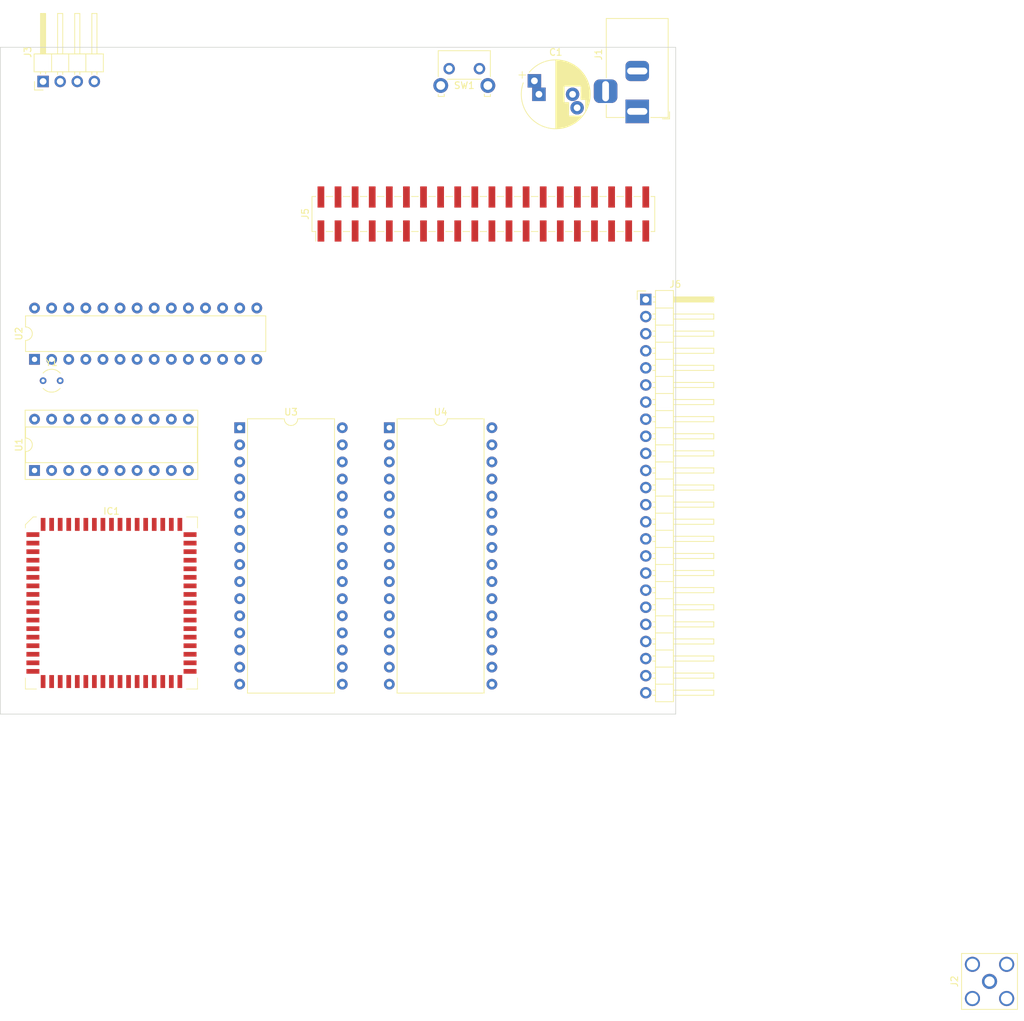
<source format=kicad_pcb>
(kicad_pcb (version 20171130) (host pcbnew "(5.1.10)-1")

  (general
    (thickness 1.6)
    (drawings 4)
    (tracks 0)
    (zones 0)
    (modules 13)
    (nets 30)
  )

  (page A4)
  (layers
    (0 F.Cu signal)
    (31 B.Cu signal)
    (32 B.Adhes user)
    (33 F.Adhes user)
    (34 B.Paste user)
    (35 F.Paste user)
    (36 B.SilkS user)
    (37 F.SilkS user)
    (38 B.Mask user)
    (39 F.Mask user)
    (40 Dwgs.User user)
    (41 Cmts.User user)
    (42 Eco1.User user)
    (43 Eco2.User user)
    (44 Edge.Cuts user)
    (45 Margin user)
    (46 B.CrtYd user)
    (47 F.CrtYd user)
    (48 B.Fab user)
    (49 F.Fab user)
  )

  (setup
    (last_trace_width 0.25)
    (trace_clearance 0.2)
    (zone_clearance 0.508)
    (zone_45_only no)
    (trace_min 0.2)
    (via_size 0.8)
    (via_drill 0.4)
    (via_min_size 0.4)
    (via_min_drill 0.3)
    (uvia_size 0.3)
    (uvia_drill 0.1)
    (uvias_allowed no)
    (uvia_min_size 0.2)
    (uvia_min_drill 0.1)
    (edge_width 0.05)
    (segment_width 0.2)
    (pcb_text_width 0.3)
    (pcb_text_size 1.5 1.5)
    (mod_edge_width 0.12)
    (mod_text_size 1 1)
    (mod_text_width 0.15)
    (pad_size 1.524 1.524)
    (pad_drill 0.762)
    (pad_to_mask_clearance 0)
    (aux_axis_origin 0 0)
    (visible_elements FFFFFF7F)
    (pcbplotparams
      (layerselection 0x010fc_ffffffff)
      (usegerberextensions false)
      (usegerberattributes true)
      (usegerberadvancedattributes true)
      (creategerberjobfile true)
      (excludeedgelayer true)
      (linewidth 0.100000)
      (plotframeref false)
      (viasonmask false)
      (mode 1)
      (useauxorigin false)
      (hpglpennumber 1)
      (hpglpenspeed 20)
      (hpglpendiameter 15.000000)
      (psnegative false)
      (psa4output false)
      (plotreference true)
      (plotvalue true)
      (plotinvisibletext false)
      (padsonsilk false)
      (subtractmaskfromsilk false)
      (outputformat 1)
      (mirror false)
      (drillshape 1)
      (scaleselection 1)
      (outputdirectory ""))
  )

  (net 0 "")
  (net 1 "Net-(C1-Pad1)")
  (net 2 "Net-(C1-Pad2)")
  (net 3 A0)
  (net 4 A1)
  (net 5 A2)
  (net 6 A3)
  (net 7 A4)
  (net 8 A5)
  (net 9 A6)
  (net 10 A7)
  (net 11 A8)
  (net 12 A9)
  (net 13 A10)
  (net 14 A11)
  (net 15 A12)
  (net 16 A13)
  (net 17 A14)
  (net 18 A15)
  (net 19 A16)
  (net 20 A17)
  (net 21 A18)
  (net 22 D0)
  (net 23 D1)
  (net 24 D3)
  (net 25 D4)
  (net 26 D5)
  (net 27 D6)
  (net 28 D7)
  (net 29 "Net-(J2-Pad2)")

  (net_class Default "This is the default net class."
    (clearance 0.2)
    (trace_width 0.25)
    (via_dia 0.8)
    (via_drill 0.4)
    (uvia_dia 0.3)
    (uvia_drill 0.1)
    (add_net A0)
    (add_net A1)
    (add_net A10)
    (add_net A11)
    (add_net A12)
    (add_net A13)
    (add_net A14)
    (add_net A15)
    (add_net A16)
    (add_net A17)
    (add_net A18)
    (add_net A19)
    (add_net A2)
    (add_net A3)
    (add_net A4)
    (add_net A5)
    (add_net A6)
    (add_net A7)
    (add_net A8)
    (add_net A9)
    (add_net D0)
    (add_net D1)
    (add_net D3)
    (add_net D4)
    (add_net D5)
    (add_net D6)
    (add_net D7)
    (add_net GND)
    (add_net "Net-(C1-Pad1)")
    (add_net "Net-(C1-Pad2)")
    (add_net "Net-(IC1-Pad1)")
    (add_net "Net-(IC1-Pad10)")
    (add_net "Net-(IC1-Pad11)")
    (add_net "Net-(IC1-Pad12)")
    (add_net "Net-(IC1-Pad13)")
    (add_net "Net-(IC1-Pad18)")
    (add_net "Net-(IC1-Pad2)")
    (add_net "Net-(IC1-Pad3)")
    (add_net "Net-(IC1-Pad34)")
    (add_net "Net-(IC1-Pad36)")
    (add_net "Net-(IC1-Pad4)")
    (add_net "Net-(IC1-Pad45)")
    (add_net "Net-(IC1-Pad46)")
    (add_net "Net-(IC1-Pad47)")
    (add_net "Net-(IC1-Pad48)")
    (add_net "Net-(IC1-Pad49)")
    (add_net "Net-(IC1-Pad5)")
    (add_net "Net-(IC1-Pad50)")
    (add_net "Net-(IC1-Pad51)")
    (add_net "Net-(IC1-Pad52)")
    (add_net "Net-(IC1-Pad53)")
    (add_net "Net-(IC1-Pad54)")
    (add_net "Net-(IC1-Pad55)")
    (add_net "Net-(IC1-Pad56)")
    (add_net "Net-(IC1-Pad57)")
    (add_net "Net-(IC1-Pad58)")
    (add_net "Net-(IC1-Pad59)")
    (add_net "Net-(IC1-Pad6)")
    (add_net "Net-(IC1-Pad60)")
    (add_net "Net-(IC1-Pad61)")
    (add_net "Net-(IC1-Pad62)")
    (add_net "Net-(IC1-Pad63)")
    (add_net "Net-(IC1-Pad64)")
    (add_net "Net-(IC1-Pad65)")
    (add_net "Net-(IC1-Pad66)")
    (add_net "Net-(IC1-Pad67)")
    (add_net "Net-(IC1-Pad68)")
    (add_net "Net-(IC1-Pad7)")
    (add_net "Net-(IC1-Pad8)")
    (add_net "Net-(IC1-Pad9)")
    (add_net "Net-(J1-Pad1)")
    (add_net "Net-(J1-Pad2)")
    (add_net "Net-(J2-Pad1)")
    (add_net "Net-(J2-Pad2)")
    (add_net "Net-(J3-Pad1)")
    (add_net "Net-(J3-Pad2)")
    (add_net "Net-(J3-Pad3)")
    (add_net "Net-(J3-Pad4)")
    (add_net "Net-(J5-Pad1)")
    (add_net "Net-(J5-Pad10)")
    (add_net "Net-(J5-Pad11)")
    (add_net "Net-(J5-Pad12)")
    (add_net "Net-(J5-Pad13)")
    (add_net "Net-(J5-Pad14)")
    (add_net "Net-(J5-Pad15)")
    (add_net "Net-(J5-Pad16)")
    (add_net "Net-(J5-Pad17)")
    (add_net "Net-(J5-Pad18)")
    (add_net "Net-(J5-Pad19)")
    (add_net "Net-(J5-Pad2)")
    (add_net "Net-(J5-Pad20)")
    (add_net "Net-(J5-Pad21)")
    (add_net "Net-(J5-Pad22)")
    (add_net "Net-(J5-Pad23)")
    (add_net "Net-(J5-Pad24)")
    (add_net "Net-(J5-Pad25)")
    (add_net "Net-(J5-Pad26)")
    (add_net "Net-(J5-Pad27)")
    (add_net "Net-(J5-Pad28)")
    (add_net "Net-(J5-Pad29)")
    (add_net "Net-(J5-Pad3)")
    (add_net "Net-(J5-Pad30)")
    (add_net "Net-(J5-Pad31)")
    (add_net "Net-(J5-Pad32)")
    (add_net "Net-(J5-Pad33)")
    (add_net "Net-(J5-Pad34)")
    (add_net "Net-(J5-Pad35)")
    (add_net "Net-(J5-Pad36)")
    (add_net "Net-(J5-Pad37)")
    (add_net "Net-(J5-Pad38)")
    (add_net "Net-(J5-Pad39)")
    (add_net "Net-(J5-Pad4)")
    (add_net "Net-(J5-Pad40)")
    (add_net "Net-(J5-Pad5)")
    (add_net "Net-(J5-Pad6)")
    (add_net "Net-(J5-Pad7)")
    (add_net "Net-(J5-Pad8)")
    (add_net "Net-(J5-Pad9)")
    (add_net "Net-(J6-Pad1)")
    (add_net "Net-(J6-Pad10)")
    (add_net "Net-(J6-Pad11)")
    (add_net "Net-(J6-Pad12)")
    (add_net "Net-(J6-Pad13)")
    (add_net "Net-(J6-Pad2)")
    (add_net "Net-(J6-Pad22)")
    (add_net "Net-(J6-Pad23)")
    (add_net "Net-(J6-Pad24)")
    (add_net "Net-(J6-Pad3)")
    (add_net "Net-(J6-Pad4)")
    (add_net "Net-(J6-Pad5)")
    (add_net "Net-(J6-Pad6)")
    (add_net "Net-(J6-Pad7)")
    (add_net "Net-(J6-Pad8)")
    (add_net "Net-(J6-Pad9)")
    (add_net "Net-(SW1-Pad1)")
    (add_net "Net-(SW1-Pad2)")
    (add_net "Net-(U1-Pad1)")
    (add_net "Net-(U1-Pad10)")
    (add_net "Net-(U1-Pad11)")
    (add_net "Net-(U1-Pad12)")
    (add_net "Net-(U1-Pad13)")
    (add_net "Net-(U1-Pad14)")
    (add_net "Net-(U1-Pad15)")
    (add_net "Net-(U1-Pad16)")
    (add_net "Net-(U1-Pad17)")
    (add_net "Net-(U1-Pad18)")
    (add_net "Net-(U1-Pad19)")
    (add_net "Net-(U1-Pad2)")
    (add_net "Net-(U1-Pad20)")
    (add_net "Net-(U1-Pad3)")
    (add_net "Net-(U1-Pad4)")
    (add_net "Net-(U1-Pad5)")
    (add_net "Net-(U1-Pad6)")
    (add_net "Net-(U1-Pad7)")
    (add_net "Net-(U1-Pad8)")
    (add_net "Net-(U1-Pad9)")
    (add_net "Net-(U2-Pad1)")
    (add_net "Net-(U2-Pad10)")
    (add_net "Net-(U2-Pad11)")
    (add_net "Net-(U2-Pad12)")
    (add_net "Net-(U2-Pad13)")
    (add_net "Net-(U2-Pad14)")
    (add_net "Net-(U2-Pad15)")
    (add_net "Net-(U2-Pad16)")
    (add_net "Net-(U2-Pad17)")
    (add_net "Net-(U2-Pad18)")
    (add_net "Net-(U2-Pad19)")
    (add_net "Net-(U2-Pad2)")
    (add_net "Net-(U2-Pad20)")
    (add_net "Net-(U2-Pad21)")
    (add_net "Net-(U2-Pad22)")
    (add_net "Net-(U2-Pad23)")
    (add_net "Net-(U2-Pad24)")
    (add_net "Net-(U2-Pad25)")
    (add_net "Net-(U2-Pad26)")
    (add_net "Net-(U2-Pad27)")
    (add_net "Net-(U2-Pad28)")
    (add_net "Net-(U2-Pad3)")
    (add_net "Net-(U2-Pad4)")
    (add_net "Net-(U2-Pad5)")
    (add_net "Net-(U2-Pad6)")
    (add_net "Net-(U2-Pad7)")
    (add_net "Net-(U2-Pad8)")
    (add_net "Net-(U2-Pad9)")
    (add_net "Net-(U3-Pad16)")
    (add_net "Net-(U3-Pad22)")
    (add_net "Net-(U3-Pad24)")
    (add_net "Net-(U3-Pad29)")
    (add_net "Net-(U3-Pad32)")
    (add_net "Net-(U4-Pad1)")
    (add_net "Net-(U4-Pad22)")
    (add_net "Net-(U4-Pad24)")
    (add_net "Net-(U4-Pad31)")
    (add_net "Net-(Y1-Pad1)")
    (add_net "Net-(Y1-Pad2)")
    (add_net VCC)
  )

  (module Capacitor_THT:CP_Radial_D10.0mm_P5.00mm_P7.50mm (layer F.Cu) (tedit 5AE50EF1) (tstamp 636C9971)
    (at 79.375 6.985)
    (descr "CP, Radial series, Radial, pin pitch=5.00mm 7.50mm, , diameter=10mm, Electrolytic Capacitor")
    (tags "CP Radial series Radial pin pitch 5.00mm 7.50mm  diameter 10mm Electrolytic Capacitor")
    (path /636CBA8B)
    (fp_text reference C1 (at 2.5 -6.25) (layer F.SilkS)
      (effects (font (size 1 1) (thickness 0.15)))
    )
    (fp_text value CAP (at 2.5 6.25) (layer F.Fab)
      (effects (font (size 1 1) (thickness 0.15)))
    )
    (fp_line (start -2.479646 -3.375) (end -2.479646 -2.375) (layer F.SilkS) (width 0.12))
    (fp_line (start -2.979646 -2.875) (end -1.979646 -2.875) (layer F.SilkS) (width 0.12))
    (fp_line (start 7.581 -0.599) (end 7.581 0.599) (layer F.SilkS) (width 0.12))
    (fp_line (start 7.541 -0.862) (end 7.541 0.862) (layer F.SilkS) (width 0.12))
    (fp_line (start 7.501 -1.062) (end 7.501 1.062) (layer F.SilkS) (width 0.12))
    (fp_line (start 7.461 -1.23) (end 7.461 1.23) (layer F.SilkS) (width 0.12))
    (fp_line (start 7.421 -1.378) (end 7.421 1.378) (layer F.SilkS) (width 0.12))
    (fp_line (start 7.381 -1.51) (end 7.381 1.51) (layer F.SilkS) (width 0.12))
    (fp_line (start 7.341 -1.63) (end 7.341 1.63) (layer F.SilkS) (width 0.12))
    (fp_line (start 7.301 -1.742) (end 7.301 1.742) (layer F.SilkS) (width 0.12))
    (fp_line (start 7.261 -1.846) (end 7.261 1.846) (layer F.SilkS) (width 0.12))
    (fp_line (start 7.221 -1.944) (end 7.221 1.944) (layer F.SilkS) (width 0.12))
    (fp_line (start 7.181 -2.037) (end 7.181 2.037) (layer F.SilkS) (width 0.12))
    (fp_line (start 7.141 -2.125) (end 7.141 2.125) (layer F.SilkS) (width 0.12))
    (fp_line (start 7.101 -2.209) (end 7.101 2.209) (layer F.SilkS) (width 0.12))
    (fp_line (start 7.061 -2.289) (end 7.061 2.289) (layer F.SilkS) (width 0.12))
    (fp_line (start 7.021 -2.365) (end 7.021 2.365) (layer F.SilkS) (width 0.12))
    (fp_line (start 6.981 -2.439) (end 6.981 2.439) (layer F.SilkS) (width 0.12))
    (fp_line (start 6.941 -2.51) (end 6.941 2.51) (layer F.SilkS) (width 0.12))
    (fp_line (start 6.901 -2.579) (end 6.901 0.76) (layer F.SilkS) (width 0.12))
    (fp_line (start 6.861 -2.645) (end 6.861 0.76) (layer F.SilkS) (width 0.12))
    (fp_line (start 6.821 -2.709) (end 6.821 0.76) (layer F.SilkS) (width 0.12))
    (fp_line (start 6.781 -2.77) (end 6.781 0.76) (layer F.SilkS) (width 0.12))
    (fp_line (start 6.741 -2.83) (end 6.741 0.76) (layer F.SilkS) (width 0.12))
    (fp_line (start 6.701 -2.889) (end 6.701 0.76) (layer F.SilkS) (width 0.12))
    (fp_line (start 6.661 -2.945) (end 6.661 0.76) (layer F.SilkS) (width 0.12))
    (fp_line (start 6.621 -3) (end 6.621 0.76) (layer F.SilkS) (width 0.12))
    (fp_line (start 6.581 -3.054) (end 6.581 0.76) (layer F.SilkS) (width 0.12))
    (fp_line (start 6.541 -3.106) (end 6.541 0.76) (layer F.SilkS) (width 0.12))
    (fp_line (start 6.501 -3.156) (end 6.501 0.76) (layer F.SilkS) (width 0.12))
    (fp_line (start 6.461 -3.206) (end 6.461 0.76) (layer F.SilkS) (width 0.12))
    (fp_line (start 6.421 3.24) (end 6.421 3.254) (layer F.SilkS) (width 0.12))
    (fp_line (start 6.421 -3.254) (end 6.421 0.76) (layer F.SilkS) (width 0.12))
    (fp_line (start 6.381 3.24) (end 6.381 3.301) (layer F.SilkS) (width 0.12))
    (fp_line (start 6.381 -3.301) (end 6.381 0.76) (layer F.SilkS) (width 0.12))
    (fp_line (start 6.341 3.24) (end 6.341 3.347) (layer F.SilkS) (width 0.12))
    (fp_line (start 6.341 -3.347) (end 6.341 0.76) (layer F.SilkS) (width 0.12))
    (fp_line (start 6.301 3.24) (end 6.301 3.392) (layer F.SilkS) (width 0.12))
    (fp_line (start 6.301 -3.392) (end 6.301 0.76) (layer F.SilkS) (width 0.12))
    (fp_line (start 6.261 3.24) (end 6.261 3.436) (layer F.SilkS) (width 0.12))
    (fp_line (start 6.261 -3.436) (end 6.261 0.76) (layer F.SilkS) (width 0.12))
    (fp_line (start 6.221 3.24) (end 6.221 3.478) (layer F.SilkS) (width 0.12))
    (fp_line (start 6.221 -3.478) (end 6.221 -1.241) (layer F.SilkS) (width 0.12))
    (fp_line (start 6.181 3.24) (end 6.181 3.52) (layer F.SilkS) (width 0.12))
    (fp_line (start 6.181 -3.52) (end 6.181 -1.241) (layer F.SilkS) (width 0.12))
    (fp_line (start 6.141 3.24) (end 6.141 3.561) (layer F.SilkS) (width 0.12))
    (fp_line (start 6.141 -3.561) (end 6.141 -1.241) (layer F.SilkS) (width 0.12))
    (fp_line (start 6.101 3.24) (end 6.101 3.601) (layer F.SilkS) (width 0.12))
    (fp_line (start 6.101 -3.601) (end 6.101 -1.241) (layer F.SilkS) (width 0.12))
    (fp_line (start 6.061 3.24) (end 6.061 3.64) (layer F.SilkS) (width 0.12))
    (fp_line (start 6.061 -3.64) (end 6.061 -1.241) (layer F.SilkS) (width 0.12))
    (fp_line (start 6.021 3.24) (end 6.021 3.679) (layer F.SilkS) (width 0.12))
    (fp_line (start 6.021 -3.679) (end 6.021 -1.241) (layer F.SilkS) (width 0.12))
    (fp_line (start 5.981 3.24) (end 5.981 3.716) (layer F.SilkS) (width 0.12))
    (fp_line (start 5.981 -3.716) (end 5.981 -1.241) (layer F.SilkS) (width 0.12))
    (fp_line (start 5.941 3.24) (end 5.941 3.753) (layer F.SilkS) (width 0.12))
    (fp_line (start 5.941 -3.753) (end 5.941 -1.241) (layer F.SilkS) (width 0.12))
    (fp_line (start 5.901 3.24) (end 5.901 3.789) (layer F.SilkS) (width 0.12))
    (fp_line (start 5.901 -3.789) (end 5.901 -1.241) (layer F.SilkS) (width 0.12))
    (fp_line (start 5.861 3.24) (end 5.861 3.824) (layer F.SilkS) (width 0.12))
    (fp_line (start 5.861 -3.824) (end 5.861 -1.241) (layer F.SilkS) (width 0.12))
    (fp_line (start 5.821 3.24) (end 5.821 3.858) (layer F.SilkS) (width 0.12))
    (fp_line (start 5.821 -3.858) (end 5.821 -1.241) (layer F.SilkS) (width 0.12))
    (fp_line (start 5.781 3.24) (end 5.781 3.892) (layer F.SilkS) (width 0.12))
    (fp_line (start 5.781 -3.892) (end 5.781 -1.241) (layer F.SilkS) (width 0.12))
    (fp_line (start 5.741 3.24) (end 5.741 3.925) (layer F.SilkS) (width 0.12))
    (fp_line (start 5.741 -3.925) (end 5.741 -1.241) (layer F.SilkS) (width 0.12))
    (fp_line (start 5.701 3.24) (end 5.701 3.957) (layer F.SilkS) (width 0.12))
    (fp_line (start 5.701 -3.957) (end 5.701 -1.241) (layer F.SilkS) (width 0.12))
    (fp_line (start 5.661 3.24) (end 5.661 3.989) (layer F.SilkS) (width 0.12))
    (fp_line (start 5.661 -3.989) (end 5.661 -1.241) (layer F.SilkS) (width 0.12))
    (fp_line (start 5.621 3.24) (end 5.621 4.02) (layer F.SilkS) (width 0.12))
    (fp_line (start 5.621 -4.02) (end 5.621 -1.241) (layer F.SilkS) (width 0.12))
    (fp_line (start 5.581 3.24) (end 5.581 4.05) (layer F.SilkS) (width 0.12))
    (fp_line (start 5.581 -4.05) (end 5.581 -1.241) (layer F.SilkS) (width 0.12))
    (fp_line (start 5.541 3.24) (end 5.541 4.08) (layer F.SilkS) (width 0.12))
    (fp_line (start 5.541 -4.08) (end 5.541 -1.241) (layer F.SilkS) (width 0.12))
    (fp_line (start 5.501 3.24) (end 5.501 4.11) (layer F.SilkS) (width 0.12))
    (fp_line (start 5.501 -4.11) (end 5.501 -1.241) (layer F.SilkS) (width 0.12))
    (fp_line (start 5.461 3.24) (end 5.461 4.138) (layer F.SilkS) (width 0.12))
    (fp_line (start 5.461 -4.138) (end 5.461 -1.241) (layer F.SilkS) (width 0.12))
    (fp_line (start 5.421 3.24) (end 5.421 4.166) (layer F.SilkS) (width 0.12))
    (fp_line (start 5.421 -4.166) (end 5.421 -1.241) (layer F.SilkS) (width 0.12))
    (fp_line (start 5.381 3.24) (end 5.381 4.194) (layer F.SilkS) (width 0.12))
    (fp_line (start 5.381 -4.194) (end 5.381 -1.241) (layer F.SilkS) (width 0.12))
    (fp_line (start 5.341 3.24) (end 5.341 4.221) (layer F.SilkS) (width 0.12))
    (fp_line (start 5.341 -4.221) (end 5.341 -1.241) (layer F.SilkS) (width 0.12))
    (fp_line (start 5.301 3.24) (end 5.301 4.247) (layer F.SilkS) (width 0.12))
    (fp_line (start 5.301 -4.247) (end 5.301 -1.241) (layer F.SilkS) (width 0.12))
    (fp_line (start 5.261 3.24) (end 5.261 4.273) (layer F.SilkS) (width 0.12))
    (fp_line (start 5.261 -4.273) (end 5.261 -1.241) (layer F.SilkS) (width 0.12))
    (fp_line (start 5.221 3.24) (end 5.221 4.298) (layer F.SilkS) (width 0.12))
    (fp_line (start 5.221 -4.298) (end 5.221 -1.241) (layer F.SilkS) (width 0.12))
    (fp_line (start 5.181 3.24) (end 5.181 4.323) (layer F.SilkS) (width 0.12))
    (fp_line (start 5.181 -4.323) (end 5.181 -1.241) (layer F.SilkS) (width 0.12))
    (fp_line (start 5.141 3.24) (end 5.141 4.347) (layer F.SilkS) (width 0.12))
    (fp_line (start 5.141 -4.347) (end 5.141 -1.241) (layer F.SilkS) (width 0.12))
    (fp_line (start 5.101 3.24) (end 5.101 4.371) (layer F.SilkS) (width 0.12))
    (fp_line (start 5.101 -4.371) (end 5.101 -1.241) (layer F.SilkS) (width 0.12))
    (fp_line (start 5.061 3.24) (end 5.061 4.395) (layer F.SilkS) (width 0.12))
    (fp_line (start 5.061 -4.395) (end 5.061 -1.241) (layer F.SilkS) (width 0.12))
    (fp_line (start 5.021 3.24) (end 5.021 4.417) (layer F.SilkS) (width 0.12))
    (fp_line (start 5.021 -4.417) (end 5.021 -1.241) (layer F.SilkS) (width 0.12))
    (fp_line (start 4.981 3.24) (end 4.981 4.44) (layer F.SilkS) (width 0.12))
    (fp_line (start 4.981 -4.44) (end 4.981 -1.241) (layer F.SilkS) (width 0.12))
    (fp_line (start 4.941 3.24) (end 4.941 4.462) (layer F.SilkS) (width 0.12))
    (fp_line (start 4.941 -4.462) (end 4.941 -1.241) (layer F.SilkS) (width 0.12))
    (fp_line (start 4.901 3.24) (end 4.901 4.483) (layer F.SilkS) (width 0.12))
    (fp_line (start 4.901 -4.483) (end 4.901 -1.241) (layer F.SilkS) (width 0.12))
    (fp_line (start 4.861 3.24) (end 4.861 4.504) (layer F.SilkS) (width 0.12))
    (fp_line (start 4.861 -4.504) (end 4.861 -1.241) (layer F.SilkS) (width 0.12))
    (fp_line (start 4.821 3.24) (end 4.821 4.525) (layer F.SilkS) (width 0.12))
    (fp_line (start 4.821 -4.525) (end 4.821 -1.241) (layer F.SilkS) (width 0.12))
    (fp_line (start 4.781 3.24) (end 4.781 4.545) (layer F.SilkS) (width 0.12))
    (fp_line (start 4.781 -4.545) (end 4.781 -1.241) (layer F.SilkS) (width 0.12))
    (fp_line (start 4.741 3.24) (end 4.741 4.564) (layer F.SilkS) (width 0.12))
    (fp_line (start 4.741 -4.564) (end 4.741 -1.241) (layer F.SilkS) (width 0.12))
    (fp_line (start 4.701 3.24) (end 4.701 4.584) (layer F.SilkS) (width 0.12))
    (fp_line (start 4.701 -4.584) (end 4.701 -1.241) (layer F.SilkS) (width 0.12))
    (fp_line (start 4.661 3.24) (end 4.661 4.603) (layer F.SilkS) (width 0.12))
    (fp_line (start 4.661 -4.603) (end 4.661 -1.241) (layer F.SilkS) (width 0.12))
    (fp_line (start 4.621 3.24) (end 4.621 4.621) (layer F.SilkS) (width 0.12))
    (fp_line (start 4.621 -4.621) (end 4.621 -1.241) (layer F.SilkS) (width 0.12))
    (fp_line (start 4.581 3.24) (end 4.581 4.639) (layer F.SilkS) (width 0.12))
    (fp_line (start 4.581 -4.639) (end 4.581 -1.241) (layer F.SilkS) (width 0.12))
    (fp_line (start 4.541 3.24) (end 4.541 4.657) (layer F.SilkS) (width 0.12))
    (fp_line (start 4.541 -4.657) (end 4.541 -1.241) (layer F.SilkS) (width 0.12))
    (fp_line (start 4.501 3.24) (end 4.501 4.674) (layer F.SilkS) (width 0.12))
    (fp_line (start 4.501 -4.674) (end 4.501 -1.241) (layer F.SilkS) (width 0.12))
    (fp_line (start 4.461 3.24) (end 4.461 4.69) (layer F.SilkS) (width 0.12))
    (fp_line (start 4.461 -4.69) (end 4.461 -1.241) (layer F.SilkS) (width 0.12))
    (fp_line (start 4.421 1.241) (end 4.421 4.707) (layer F.SilkS) (width 0.12))
    (fp_line (start 4.421 -4.707) (end 4.421 -1.241) (layer F.SilkS) (width 0.12))
    (fp_line (start 4.381 1.241) (end 4.381 4.723) (layer F.SilkS) (width 0.12))
    (fp_line (start 4.381 -4.723) (end 4.381 -1.241) (layer F.SilkS) (width 0.12))
    (fp_line (start 4.341 1.241) (end 4.341 4.738) (layer F.SilkS) (width 0.12))
    (fp_line (start 4.341 -4.738) (end 4.341 -1.241) (layer F.SilkS) (width 0.12))
    (fp_line (start 4.301 1.241) (end 4.301 4.754) (layer F.SilkS) (width 0.12))
    (fp_line (start 4.301 -4.754) (end 4.301 -1.241) (layer F.SilkS) (width 0.12))
    (fp_line (start 4.261 1.241) (end 4.261 4.768) (layer F.SilkS) (width 0.12))
    (fp_line (start 4.261 -4.768) (end 4.261 -1.241) (layer F.SilkS) (width 0.12))
    (fp_line (start 4.221 1.241) (end 4.221 4.783) (layer F.SilkS) (width 0.12))
    (fp_line (start 4.221 -4.783) (end 4.221 -1.241) (layer F.SilkS) (width 0.12))
    (fp_line (start 4.181 1.241) (end 4.181 4.797) (layer F.SilkS) (width 0.12))
    (fp_line (start 4.181 -4.797) (end 4.181 -1.241) (layer F.SilkS) (width 0.12))
    (fp_line (start 4.141 1.241) (end 4.141 4.811) (layer F.SilkS) (width 0.12))
    (fp_line (start 4.141 -4.811) (end 4.141 -1.241) (layer F.SilkS) (width 0.12))
    (fp_line (start 4.101 1.241) (end 4.101 4.824) (layer F.SilkS) (width 0.12))
    (fp_line (start 4.101 -4.824) (end 4.101 -1.241) (layer F.SilkS) (width 0.12))
    (fp_line (start 4.061 1.241) (end 4.061 4.837) (layer F.SilkS) (width 0.12))
    (fp_line (start 4.061 -4.837) (end 4.061 -1.241) (layer F.SilkS) (width 0.12))
    (fp_line (start 4.021 1.241) (end 4.021 4.85) (layer F.SilkS) (width 0.12))
    (fp_line (start 4.021 -4.85) (end 4.021 -1.241) (layer F.SilkS) (width 0.12))
    (fp_line (start 3.981 1.241) (end 3.981 4.862) (layer F.SilkS) (width 0.12))
    (fp_line (start 3.981 -4.862) (end 3.981 -1.241) (layer F.SilkS) (width 0.12))
    (fp_line (start 3.941 1.241) (end 3.941 4.874) (layer F.SilkS) (width 0.12))
    (fp_line (start 3.941 -4.874) (end 3.941 -1.241) (layer F.SilkS) (width 0.12))
    (fp_line (start 3.901 1.241) (end 3.901 4.885) (layer F.SilkS) (width 0.12))
    (fp_line (start 3.901 -4.885) (end 3.901 -1.241) (layer F.SilkS) (width 0.12))
    (fp_line (start 3.861 1.241) (end 3.861 4.897) (layer F.SilkS) (width 0.12))
    (fp_line (start 3.861 -4.897) (end 3.861 -1.241) (layer F.SilkS) (width 0.12))
    (fp_line (start 3.821 1.241) (end 3.821 4.907) (layer F.SilkS) (width 0.12))
    (fp_line (start 3.821 -4.907) (end 3.821 -1.241) (layer F.SilkS) (width 0.12))
    (fp_line (start 3.781 1.241) (end 3.781 4.918) (layer F.SilkS) (width 0.12))
    (fp_line (start 3.781 -4.918) (end 3.781 -1.241) (layer F.SilkS) (width 0.12))
    (fp_line (start 3.741 -4.928) (end 3.741 4.928) (layer F.SilkS) (width 0.12))
    (fp_line (start 3.701 -4.938) (end 3.701 4.938) (layer F.SilkS) (width 0.12))
    (fp_line (start 3.661 -4.947) (end 3.661 4.947) (layer F.SilkS) (width 0.12))
    (fp_line (start 3.621 -4.956) (end 3.621 4.956) (layer F.SilkS) (width 0.12))
    (fp_line (start 3.581 -4.965) (end 3.581 4.965) (layer F.SilkS) (width 0.12))
    (fp_line (start 3.541 -4.974) (end 3.541 4.974) (layer F.SilkS) (width 0.12))
    (fp_line (start 3.501 -4.982) (end 3.501 4.982) (layer F.SilkS) (width 0.12))
    (fp_line (start 3.461 -4.99) (end 3.461 4.99) (layer F.SilkS) (width 0.12))
    (fp_line (start 3.421 -4.997) (end 3.421 4.997) (layer F.SilkS) (width 0.12))
    (fp_line (start 3.381 -5.004) (end 3.381 5.004) (layer F.SilkS) (width 0.12))
    (fp_line (start 3.341 -5.011) (end 3.341 5.011) (layer F.SilkS) (width 0.12))
    (fp_line (start 3.301 -5.018) (end 3.301 5.018) (layer F.SilkS) (width 0.12))
    (fp_line (start 3.261 -5.024) (end 3.261 5.024) (layer F.SilkS) (width 0.12))
    (fp_line (start 3.221 -5.03) (end 3.221 5.03) (layer F.SilkS) (width 0.12))
    (fp_line (start 3.18 -5.035) (end 3.18 5.035) (layer F.SilkS) (width 0.12))
    (fp_line (start 3.14 -5.04) (end 3.14 5.04) (layer F.SilkS) (width 0.12))
    (fp_line (start 3.1 -5.045) (end 3.1 5.045) (layer F.SilkS) (width 0.12))
    (fp_line (start 3.06 -5.05) (end 3.06 5.05) (layer F.SilkS) (width 0.12))
    (fp_line (start 3.02 -5.054) (end 3.02 5.054) (layer F.SilkS) (width 0.12))
    (fp_line (start 2.98 -5.058) (end 2.98 5.058) (layer F.SilkS) (width 0.12))
    (fp_line (start 2.94 -5.062) (end 2.94 5.062) (layer F.SilkS) (width 0.12))
    (fp_line (start 2.9 -5.065) (end 2.9 5.065) (layer F.SilkS) (width 0.12))
    (fp_line (start 2.86 -5.068) (end 2.86 5.068) (layer F.SilkS) (width 0.12))
    (fp_line (start 2.82 -5.07) (end 2.82 5.07) (layer F.SilkS) (width 0.12))
    (fp_line (start 2.78 -5.073) (end 2.78 5.073) (layer F.SilkS) (width 0.12))
    (fp_line (start 2.74 -5.075) (end 2.74 5.075) (layer F.SilkS) (width 0.12))
    (fp_line (start 2.7 -5.077) (end 2.7 5.077) (layer F.SilkS) (width 0.12))
    (fp_line (start 2.66 -5.078) (end 2.66 5.078) (layer F.SilkS) (width 0.12))
    (fp_line (start 2.62 -5.079) (end 2.62 5.079) (layer F.SilkS) (width 0.12))
    (fp_line (start 2.58 -5.08) (end 2.58 5.08) (layer F.SilkS) (width 0.12))
    (fp_line (start 2.54 -5.08) (end 2.54 5.08) (layer F.SilkS) (width 0.12))
    (fp_line (start 2.5 -5.08) (end 2.5 5.08) (layer F.SilkS) (width 0.12))
    (fp_line (start -1.288861 -2.6875) (end -1.288861 -1.6875) (layer F.Fab) (width 0.1))
    (fp_line (start -1.788861 -2.1875) (end -0.788861 -2.1875) (layer F.Fab) (width 0.1))
    (fp_circle (center 2.5 0) (end 7.98 0) (layer F.CrtYd) (width 0.05))
    (fp_circle (center 2.5 0) (end 7.5 0) (layer F.Fab) (width 0.1))
    (fp_arc (start 2.5 0) (end -1.448012 -3.26) (angle 340) (layer F.SilkS) (width 0.12))
    (fp_text user %R (at 2.5 0) (layer F.Fab)
      (effects (font (size 1 1) (thickness 0.15)))
    )
    (pad 1 thru_hole rect (at 0 0) (size 2 2) (drill 1) (layers *.Cu *.Mask)
      (net 1 "Net-(C1-Pad1)"))
    (pad 2 thru_hole circle (at 5 0) (size 2 2) (drill 1) (layers *.Cu *.Mask)
      (net 2 "Net-(C1-Pad2)"))
    (pad 1 thru_hole rect (at -0.672144 -2) (size 2 2) (drill 1) (layers *.Cu *.Mask)
      (net 1 "Net-(C1-Pad1)"))
    (pad 2 thru_hole circle (at 5.672144 2) (size 2 2) (drill 1) (layers *.Cu *.Mask)
      (net 2 "Net-(C1-Pad2)"))
    (model ${KISYS3DMOD}/Capacitor_THT.3dshapes/CP_Radial_D10.0mm_P5.00mm_P7.50mm.wrl
      (at (xyz 0 0 0))
      (scale (xyz 1 1 1))
      (rotate (xyz 0 0 0))
    )
  )

  (module Package_LCC:PLCC-68 (layer F.Cu) (tedit 5A02ECC8) (tstamp 636CBE18)
    (at 15.875 82.55)
    (descr "PLCC, 68 pins, surface mount")
    (tags "plcc smt")
    (path /636BD5D9)
    (attr smd)
    (fp_text reference IC1 (at 0 -13.635) (layer F.SilkS)
      (effects (font (size 1 1) (thickness 0.15)))
    )
    (fp_text value Z8-L180-S180-180-PLCC-68 (at 0 13.635) (layer F.Fab)
      (effects (font (size 1 1) (thickness 0.15)))
    )
    (fp_line (start 12.785 12.785) (end 12.785 11.135) (layer F.SilkS) (width 0.1))
    (fp_line (start 11.135 12.785) (end 12.785 12.785) (layer F.SilkS) (width 0.1))
    (fp_line (start -12.785 12.785) (end -12.785 11.135) (layer F.SilkS) (width 0.1))
    (fp_line (start -11.135 12.785) (end -12.785 12.785) (layer F.SilkS) (width 0.1))
    (fp_line (start 12.785 -12.785) (end 12.785 -11.135) (layer F.SilkS) (width 0.1))
    (fp_line (start 11.135 -12.785) (end 12.785 -12.785) (layer F.SilkS) (width 0.1))
    (fp_line (start -12.785 -11.635) (end -12.785 -11.135) (layer F.SilkS) (width 0.1))
    (fp_line (start -11.635 -12.785) (end -12.785 -11.635) (layer F.SilkS) (width 0.1))
    (fp_line (start -11.135 -12.785) (end -11.635 -12.785) (layer F.SilkS) (width 0.1))
    (fp_line (start 0 -11.635) (end 0.5 -12.635) (layer F.Fab) (width 0.1))
    (fp_line (start -0.5 -12.635) (end 0 -11.635) (layer F.Fab) (width 0.1))
    (fp_line (start 13.1 -13.1) (end -13.1 -13.1) (layer F.CrtYd) (width 0.05))
    (fp_line (start 13.1 13.1) (end 13.1 -13.1) (layer F.CrtYd) (width 0.05))
    (fp_line (start -13.1 13.1) (end 13.1 13.1) (layer F.CrtYd) (width 0.05))
    (fp_line (start -13.1 -13.1) (end -13.1 13.1) (layer F.CrtYd) (width 0.05))
    (fp_line (start 12.635 -12.635) (end -11.635 -12.635) (layer F.Fab) (width 0.1))
    (fp_line (start 12.635 12.635) (end 12.635 -12.635) (layer F.Fab) (width 0.1))
    (fp_line (start -12.635 12.635) (end 12.635 12.635) (layer F.Fab) (width 0.1))
    (fp_line (start -12.635 -11.635) (end -12.635 12.635) (layer F.Fab) (width 0.1))
    (fp_line (start -11.635 -12.635) (end -12.635 -11.635) (layer F.Fab) (width 0.1))
    (fp_text user %R (at 0 0) (layer F.Fab)
      (effects (font (size 1 1) (thickness 0.15)))
    )
    (pad 1 smd rect (at 0 -11.6725) (size 0.7 1.925) (layers F.Cu F.Paste F.Mask))
    (pad 2 smd rect (at -1.27 -11.6725) (size 0.7 1.925) (layers F.Cu F.Paste F.Mask))
    (pad 3 smd rect (at -2.54 -11.6725) (size 0.7 1.925) (layers F.Cu F.Paste F.Mask))
    (pad 4 smd rect (at -3.81 -11.6725) (size 0.7 1.925) (layers F.Cu F.Paste F.Mask))
    (pad 5 smd rect (at -5.08 -11.6725) (size 0.7 1.925) (layers F.Cu F.Paste F.Mask))
    (pad 6 smd rect (at -6.35 -11.6725) (size 0.7 1.925) (layers F.Cu F.Paste F.Mask))
    (pad 7 smd rect (at -7.62 -11.6725) (size 0.7 1.925) (layers F.Cu F.Paste F.Mask))
    (pad 8 smd rect (at -8.89 -11.6725) (size 0.7 1.925) (layers F.Cu F.Paste F.Mask))
    (pad 9 smd rect (at -10.16 -11.6725) (size 0.7 1.925) (layers F.Cu F.Paste F.Mask))
    (pad 68 smd rect (at 1.27 -11.6725) (size 0.7 1.925) (layers F.Cu F.Paste F.Mask))
    (pad 67 smd rect (at 2.54 -11.6725) (size 0.7 1.925) (layers F.Cu F.Paste F.Mask))
    (pad 66 smd rect (at 3.81 -11.6725) (size 0.7 1.925) (layers F.Cu F.Paste F.Mask))
    (pad 65 smd rect (at 5.08 -11.6725) (size 0.7 1.925) (layers F.Cu F.Paste F.Mask))
    (pad 64 smd rect (at 6.35 -11.6725) (size 0.7 1.925) (layers F.Cu F.Paste F.Mask))
    (pad 63 smd rect (at 7.62 -11.6725) (size 0.7 1.925) (layers F.Cu F.Paste F.Mask))
    (pad 62 smd rect (at 8.89 -11.6725) (size 0.7 1.925) (layers F.Cu F.Paste F.Mask))
    (pad 61 smd rect (at 10.16 -11.6725) (size 0.7 1.925) (layers F.Cu F.Paste F.Mask))
    (pad 10 smd rect (at -11.6725 -10.16) (size 1.925 0.7) (layers F.Cu F.Paste F.Mask))
    (pad 11 smd rect (at -11.6725 -8.89) (size 1.925 0.7) (layers F.Cu F.Paste F.Mask))
    (pad 12 smd rect (at -11.6725 -7.62) (size 1.925 0.7) (layers F.Cu F.Paste F.Mask))
    (pad 13 smd rect (at -11.6725 -6.35) (size 1.925 0.7) (layers F.Cu F.Paste F.Mask))
    (pad 14 smd rect (at -11.6725 -5.08) (size 1.925 0.7) (layers F.Cu F.Paste F.Mask)
      (net 3 A0))
    (pad 15 smd rect (at -11.6725 -3.81) (size 1.925 0.7) (layers F.Cu F.Paste F.Mask)
      (net 4 A1))
    (pad 16 smd rect (at -11.6725 -2.54) (size 1.925 0.7) (layers F.Cu F.Paste F.Mask)
      (net 5 A2))
    (pad 17 smd rect (at -11.6725 -1.27) (size 1.925 0.7) (layers F.Cu F.Paste F.Mask)
      (net 6 A3))
    (pad 18 smd rect (at -11.6725 0) (size 1.925 0.7) (layers F.Cu F.Paste F.Mask))
    (pad 19 smd rect (at -11.6725 1.27) (size 1.925 0.7) (layers F.Cu F.Paste F.Mask)
      (net 7 A4))
    (pad 20 smd rect (at -11.6725 2.54) (size 1.925 0.7) (layers F.Cu F.Paste F.Mask)
      (net 8 A5))
    (pad 21 smd rect (at -11.6725 3.81) (size 1.925 0.7) (layers F.Cu F.Paste F.Mask)
      (net 9 A6))
    (pad 22 smd rect (at -11.6725 5.08) (size 1.925 0.7) (layers F.Cu F.Paste F.Mask)
      (net 10 A7))
    (pad 23 smd rect (at -11.6725 6.35) (size 1.925 0.7) (layers F.Cu F.Paste F.Mask)
      (net 11 A8))
    (pad 24 smd rect (at -11.6725 7.62) (size 1.925 0.7) (layers F.Cu F.Paste F.Mask)
      (net 12 A9))
    (pad 25 smd rect (at -11.6725 8.89) (size 1.925 0.7) (layers F.Cu F.Paste F.Mask)
      (net 13 A10))
    (pad 26 smd rect (at -11.6725 10.16) (size 1.925 0.7) (layers F.Cu F.Paste F.Mask)
      (net 14 A11))
    (pad 27 smd rect (at -10.16 11.6725) (size 0.7 1.925) (layers F.Cu F.Paste F.Mask)
      (net 15 A12))
    (pad 28 smd rect (at -8.89 11.6725) (size 0.7 1.925) (layers F.Cu F.Paste F.Mask)
      (net 16 A13))
    (pad 29 smd rect (at -7.62 11.6725) (size 0.7 1.925) (layers F.Cu F.Paste F.Mask)
      (net 17 A14))
    (pad 30 smd rect (at -6.35 11.6725) (size 0.7 1.925) (layers F.Cu F.Paste F.Mask)
      (net 18 A15))
    (pad 31 smd rect (at -5.08 11.6725) (size 0.7 1.925) (layers F.Cu F.Paste F.Mask)
      (net 19 A16))
    (pad 32 smd rect (at -3.81 11.6725) (size 0.7 1.925) (layers F.Cu F.Paste F.Mask)
      (net 20 A17))
    (pad 33 smd rect (at -2.54 11.6725) (size 0.7 1.925) (layers F.Cu F.Paste F.Mask)
      (net 21 A18))
    (pad 34 smd rect (at -1.27 11.6725) (size 0.7 1.925) (layers F.Cu F.Paste F.Mask))
    (pad 35 smd rect (at 0 11.6725) (size 0.7 1.925) (layers F.Cu F.Paste F.Mask))
    (pad 36 smd rect (at 1.27 11.6725) (size 0.7 1.925) (layers F.Cu F.Paste F.Mask))
    (pad 37 smd rect (at 2.54 11.6725) (size 0.7 1.925) (layers F.Cu F.Paste F.Mask)
      (net 22 D0))
    (pad 38 smd rect (at 3.81 11.6725) (size 0.7 1.925) (layers F.Cu F.Paste F.Mask)
      (net 23 D1))
    (pad 39 smd rect (at 5.08 11.6725) (size 0.7 1.925) (layers F.Cu F.Paste F.Mask)
      (net 22 D0))
    (pad 40 smd rect (at 6.35 11.6725) (size 0.7 1.925) (layers F.Cu F.Paste F.Mask)
      (net 24 D3))
    (pad 41 smd rect (at 7.62 11.6725) (size 0.7 1.925) (layers F.Cu F.Paste F.Mask)
      (net 25 D4))
    (pad 42 smd rect (at 8.89 11.6725) (size 0.7 1.925) (layers F.Cu F.Paste F.Mask)
      (net 26 D5))
    (pad 43 smd rect (at 10.16 11.6725) (size 0.7 1.925) (layers F.Cu F.Paste F.Mask)
      (net 27 D6))
    (pad 44 smd rect (at 11.6725 10.16) (size 1.925 0.7) (layers F.Cu F.Paste F.Mask)
      (net 28 D7))
    (pad 45 smd rect (at 11.6725 8.89) (size 1.925 0.7) (layers F.Cu F.Paste F.Mask))
    (pad 46 smd rect (at 11.6725 7.62) (size 1.925 0.7) (layers F.Cu F.Paste F.Mask))
    (pad 47 smd rect (at 11.6725 6.35) (size 1.925 0.7) (layers F.Cu F.Paste F.Mask))
    (pad 48 smd rect (at 11.6725 5.08) (size 1.925 0.7) (layers F.Cu F.Paste F.Mask))
    (pad 49 smd rect (at 11.6725 3.81) (size 1.925 0.7) (layers F.Cu F.Paste F.Mask))
    (pad 50 smd rect (at 11.6725 2.54) (size 1.925 0.7) (layers F.Cu F.Paste F.Mask))
    (pad 51 smd rect (at 11.6725 1.27) (size 1.925 0.7) (layers F.Cu F.Paste F.Mask))
    (pad 52 smd rect (at 11.6725 0) (size 1.925 0.7) (layers F.Cu F.Paste F.Mask))
    (pad 53 smd rect (at 11.6725 -1.27) (size 1.925 0.7) (layers F.Cu F.Paste F.Mask))
    (pad 54 smd rect (at 11.6725 -2.54) (size 1.925 0.7) (layers F.Cu F.Paste F.Mask))
    (pad 55 smd rect (at 11.6725 -3.81) (size 1.925 0.7) (layers F.Cu F.Paste F.Mask))
    (pad 56 smd rect (at 11.6725 -5.08) (size 1.925 0.7) (layers F.Cu F.Paste F.Mask))
    (pad 57 smd rect (at 11.6725 -6.35) (size 1.925 0.7) (layers F.Cu F.Paste F.Mask))
    (pad 58 smd rect (at 11.6725 -7.62) (size 1.925 0.7) (layers F.Cu F.Paste F.Mask))
    (pad 59 smd rect (at 11.6725 -8.89) (size 1.925 0.7) (layers F.Cu F.Paste F.Mask))
    (pad 60 smd rect (at 11.6725 -10.16) (size 1.925 0.7) (layers F.Cu F.Paste F.Mask))
    (model ${KISYS3DMOD}/Package_LCC.3dshapes/PLCC-68.wrl
      (at (xyz 0 0 0))
      (scale (xyz 1 1 1))
      (rotate (xyz 0 0 0))
    )
  )

  (module Connector_BarrelJack:BarrelJack_Horizontal (layer F.Cu) (tedit 5A1DBF6A) (tstamp 636C99F1)
    (at 93.98 9.525 270)
    (descr "DC Barrel Jack")
    (tags "Power Jack")
    (path /636C588F)
    (fp_text reference J1 (at -8.45 5.75 90) (layer F.SilkS)
      (effects (font (size 1 1) (thickness 0.15)))
    )
    (fp_text value Barrel_Jack (at -6.2 -5.5 90) (layer F.Fab)
      (effects (font (size 1 1) (thickness 0.15)))
    )
    (fp_line (start 0 -4.5) (end -13.7 -4.5) (layer F.Fab) (width 0.1))
    (fp_line (start 0.8 4.5) (end 0.8 -3.75) (layer F.Fab) (width 0.1))
    (fp_line (start -13.7 4.5) (end 0.8 4.5) (layer F.Fab) (width 0.1))
    (fp_line (start -13.7 -4.5) (end -13.7 4.5) (layer F.Fab) (width 0.1))
    (fp_line (start -10.2 -4.5) (end -10.2 4.5) (layer F.Fab) (width 0.1))
    (fp_line (start 0.9 -4.6) (end 0.9 -2) (layer F.SilkS) (width 0.12))
    (fp_line (start -13.8 -4.6) (end 0.9 -4.6) (layer F.SilkS) (width 0.12))
    (fp_line (start 0.9 4.6) (end -1 4.6) (layer F.SilkS) (width 0.12))
    (fp_line (start 0.9 1.9) (end 0.9 4.6) (layer F.SilkS) (width 0.12))
    (fp_line (start -13.8 4.6) (end -13.8 -4.6) (layer F.SilkS) (width 0.12))
    (fp_line (start -5 4.6) (end -13.8 4.6) (layer F.SilkS) (width 0.12))
    (fp_line (start -14 4.75) (end -14 -4.75) (layer F.CrtYd) (width 0.05))
    (fp_line (start -5 4.75) (end -14 4.75) (layer F.CrtYd) (width 0.05))
    (fp_line (start -5 6.75) (end -5 4.75) (layer F.CrtYd) (width 0.05))
    (fp_line (start -1 6.75) (end -5 6.75) (layer F.CrtYd) (width 0.05))
    (fp_line (start -1 4.75) (end -1 6.75) (layer F.CrtYd) (width 0.05))
    (fp_line (start 1 4.75) (end -1 4.75) (layer F.CrtYd) (width 0.05))
    (fp_line (start 1 2) (end 1 4.75) (layer F.CrtYd) (width 0.05))
    (fp_line (start 2 2) (end 1 2) (layer F.CrtYd) (width 0.05))
    (fp_line (start 2 -2) (end 2 2) (layer F.CrtYd) (width 0.05))
    (fp_line (start 1 -2) (end 2 -2) (layer F.CrtYd) (width 0.05))
    (fp_line (start 1 -4.5) (end 1 -2) (layer F.CrtYd) (width 0.05))
    (fp_line (start 1 -4.75) (end -14 -4.75) (layer F.CrtYd) (width 0.05))
    (fp_line (start 1 -4.5) (end 1 -4.75) (layer F.CrtYd) (width 0.05))
    (fp_line (start 0.05 -4.8) (end 1.1 -4.8) (layer F.SilkS) (width 0.12))
    (fp_line (start 1.1 -3.75) (end 1.1 -4.8) (layer F.SilkS) (width 0.12))
    (fp_line (start -0.003213 -4.505425) (end 0.8 -3.75) (layer F.Fab) (width 0.1))
    (fp_text user %R (at -3 -2.95 90) (layer F.Fab)
      (effects (font (size 1 1) (thickness 0.15)))
    )
    (pad 1 thru_hole rect (at 0 0 270) (size 3.5 3.5) (drill oval 1 3) (layers *.Cu *.Mask))
    (pad 2 thru_hole roundrect (at -6 0 270) (size 3 3.5) (drill oval 1 3) (layers *.Cu *.Mask) (roundrect_rratio 0.25))
    (pad 3 thru_hole roundrect (at -3 4.7 270) (size 3.5 3.5) (drill oval 3 1) (layers *.Cu *.Mask) (roundrect_rratio 0.25))
    (model ${KISYS3DMOD}/Connector_BarrelJack.3dshapes/BarrelJack_Horizontal.wrl
      (at (xyz 0 0 0))
      (scale (xyz 1 1 1))
      (rotate (xyz 0 0 0))
    )
  )

  (module Connector_Coaxial:SMA_Amphenol_132203-12_Horizontal (layer F.Cu) (tedit 5CF42CD6) (tstamp 636C9A1F)
    (at 146.315001 138.770001)
    (descr https://www.amphenolrf.com/media/downloads/1769/132203-12.pdf)
    (tags "SMA THT Female Jack Horizontal")
    (path /636C4E87)
    (fp_text reference J2 (at -5.2 0 90) (layer F.SilkS)
      (effects (font (size 1 1) (thickness 0.15)))
    )
    (fp_text value Conn_Coaxial (at 0 5) (layer F.Fab)
      (effects (font (size 1 1) (thickness 0.15)))
    )
    (fp_line (start -3.175 -5.998) (end 3.175 -6.704) (layer F.Fab) (width 0.1))
    (fp_line (start -3.175 -6.704) (end 3.175 -7.41) (layer F.Fab) (width 0.1))
    (fp_line (start -3.175 -7.41) (end 3.175 -8.116) (layer F.Fab) (width 0.1))
    (fp_line (start -3.175 -8.116) (end 3.175 -8.822) (layer F.Fab) (width 0.1))
    (fp_line (start -3.175 -8.822) (end 3.175 -9.528) (layer F.Fab) (width 0.1))
    (fp_line (start -3.175 -9.528) (end 3.175 -10.234) (layer F.Fab) (width 0.1))
    (fp_line (start -3.175 -10.234) (end 3.175 -10.94) (layer F.Fab) (width 0.1))
    (fp_line (start -3.175 -10.94) (end 3.175 -11.646) (layer F.Fab) (width 0.1))
    (fp_line (start -3.175 -11.646) (end 3.175 -12.352) (layer F.Fab) (width 0.1))
    (fp_line (start -3.175 -12.352) (end 3.175 -13.058) (layer F.Fab) (width 0.1))
    (fp_line (start -3.175 -13.058) (end 3.175 -13.764) (layer F.Fab) (width 0.1))
    (fp_line (start -3.175 -13.764) (end 3.175 -14.47) (layer F.Fab) (width 0.1))
    (fp_line (start -3.175 -14.47) (end 3.175 -15.176) (layer F.Fab) (width 0.1))
    (fp_line (start -3.175 -15.176) (end 3.175 -15.882) (layer F.Fab) (width 0.1))
    (fp_line (start -3.175 -15.882) (end 3.175 -16.588) (layer F.Fab) (width 0.1))
    (fp_line (start -3.175 -16.588) (end 3.175 -17.294) (layer F.Fab) (width 0.1))
    (fp_line (start -3.175 -17.294) (end 3.175 -18) (layer F.Fab) (width 0.1))
    (fp_line (start 4.5 4.5) (end -4.5 4.5) (layer F.CrtYd) (width 0.05))
    (fp_line (start 4.5 4.5) (end 4.5 -20) (layer F.CrtYd) (width 0.05))
    (fp_line (start -4.5 -20) (end -4.5 4.5) (layer F.CrtYd) (width 0.05))
    (fp_line (start -4.5 -20) (end 4.5 -20) (layer F.CrtYd) (width 0.05))
    (fp_line (start -4 -4) (end -4 4) (layer F.Fab) (width 0.1))
    (fp_line (start -4 4) (end 4 4) (layer F.Fab) (width 0.1))
    (fp_line (start 4 -4) (end 4 4) (layer F.Fab) (width 0.1))
    (fp_line (start -4.15 -4.15) (end -4.15 4.15) (layer F.SilkS) (width 0.12))
    (fp_line (start 4.15 -4.15) (end 4.15 4.15) (layer F.SilkS) (width 0.12))
    (fp_line (start -4.15 4.15) (end 4.15 4.15) (layer F.SilkS) (width 0.12))
    (fp_line (start -4.15 -4.15) (end 4.15 -4.15) (layer F.SilkS) (width 0.12))
    (fp_line (start -3.175 -19.5) (end 3.175 -19.5) (layer F.Fab) (width 0.1))
    (fp_line (start -3.175 -19.5) (end -3.175 -5.07) (layer F.Fab) (width 0.1))
    (fp_line (start 3.175 -19.5) (end 3.175 -5.07) (layer F.Fab) (width 0.1))
    (fp_line (start 3.9 -4) (end 3.9 -5.07) (layer F.Fab) (width 0.1))
    (fp_line (start 3.9 -5.07) (end -3.9 -5.07) (layer F.Fab) (width 0.1))
    (fp_line (start -3.9 -5.07) (end -3.9 -4) (layer F.Fab) (width 0.1))
    (fp_line (start -4 -4) (end 4 -4) (layer F.Fab) (width 0.1))
    (fp_line (start -3.175 -18) (end 3.175 -18.706) (layer F.Fab) (width 0.1))
    (fp_text user %R (at 0 0) (layer F.Fab)
      (effects (font (size 1 1) (thickness 0.15)))
    )
    (pad 2 thru_hole circle (at -2.54 2.54) (size 2.25 2.25) (drill 1.7) (layers *.Cu *.Mask)
      (net 29 "Net-(J2-Pad2)"))
    (pad 2 thru_hole circle (at -2.54 -2.54) (size 2.25 2.25) (drill 1.7) (layers *.Cu *.Mask)
      (net 29 "Net-(J2-Pad2)"))
    (pad 2 thru_hole circle (at 2.54 -2.54) (size 2.25 2.25) (drill 1.7) (layers *.Cu *.Mask)
      (net 29 "Net-(J2-Pad2)"))
    (pad 2 thru_hole circle (at 2.54 2.54 90) (size 2.25 2.25) (drill 1.7) (layers *.Cu *.Mask)
      (net 29 "Net-(J2-Pad2)"))
    (pad 1 thru_hole circle (at 0 0) (size 2.25 2.25) (drill 1.5) (layers *.Cu *.Mask))
    (model ${KISYS3DMOD}/Connector_Coaxial.3dshapes/SMA_Amphenol_132203-12_Horizontal.wrl
      (at (xyz 0 0 0))
      (scale (xyz 1 1 1))
      (rotate (xyz 0 0 0))
    )
  )

  (module Connector_PinHeader_2.54mm:PinHeader_1x04_P2.54mm_Horizontal (layer F.Cu) (tedit 59FED5CB) (tstamp 636C9A6C)
    (at 5.715 5.08 90)
    (descr "Through hole angled pin header, 1x04, 2.54mm pitch, 6mm pin length, single row")
    (tags "Through hole angled pin header THT 1x04 2.54mm single row")
    (path /637181C8)
    (fp_text reference J3 (at 4.385 -2.27 90) (layer F.SilkS)
      (effects (font (size 1 1) (thickness 0.15)))
    )
    (fp_text value Conn_01x04_Female (at 4.385 9.89 90) (layer F.Fab)
      (effects (font (size 1 1) (thickness 0.15)))
    )
    (fp_line (start 10.55 -1.8) (end -1.8 -1.8) (layer F.CrtYd) (width 0.05))
    (fp_line (start 10.55 9.4) (end 10.55 -1.8) (layer F.CrtYd) (width 0.05))
    (fp_line (start -1.8 9.4) (end 10.55 9.4) (layer F.CrtYd) (width 0.05))
    (fp_line (start -1.8 -1.8) (end -1.8 9.4) (layer F.CrtYd) (width 0.05))
    (fp_line (start -1.27 -1.27) (end 0 -1.27) (layer F.SilkS) (width 0.12))
    (fp_line (start -1.27 0) (end -1.27 -1.27) (layer F.SilkS) (width 0.12))
    (fp_line (start 1.042929 8) (end 1.44 8) (layer F.SilkS) (width 0.12))
    (fp_line (start 1.042929 7.24) (end 1.44 7.24) (layer F.SilkS) (width 0.12))
    (fp_line (start 10.1 8) (end 4.1 8) (layer F.SilkS) (width 0.12))
    (fp_line (start 10.1 7.24) (end 10.1 8) (layer F.SilkS) (width 0.12))
    (fp_line (start 4.1 7.24) (end 10.1 7.24) (layer F.SilkS) (width 0.12))
    (fp_line (start 1.44 6.35) (end 4.1 6.35) (layer F.SilkS) (width 0.12))
    (fp_line (start 1.042929 5.46) (end 1.44 5.46) (layer F.SilkS) (width 0.12))
    (fp_line (start 1.042929 4.7) (end 1.44 4.7) (layer F.SilkS) (width 0.12))
    (fp_line (start 10.1 5.46) (end 4.1 5.46) (layer F.SilkS) (width 0.12))
    (fp_line (start 10.1 4.7) (end 10.1 5.46) (layer F.SilkS) (width 0.12))
    (fp_line (start 4.1 4.7) (end 10.1 4.7) (layer F.SilkS) (width 0.12))
    (fp_line (start 1.44 3.81) (end 4.1 3.81) (layer F.SilkS) (width 0.12))
    (fp_line (start 1.042929 2.92) (end 1.44 2.92) (layer F.SilkS) (width 0.12))
    (fp_line (start 1.042929 2.16) (end 1.44 2.16) (layer F.SilkS) (width 0.12))
    (fp_line (start 10.1 2.92) (end 4.1 2.92) (layer F.SilkS) (width 0.12))
    (fp_line (start 10.1 2.16) (end 10.1 2.92) (layer F.SilkS) (width 0.12))
    (fp_line (start 4.1 2.16) (end 10.1 2.16) (layer F.SilkS) (width 0.12))
    (fp_line (start 1.44 1.27) (end 4.1 1.27) (layer F.SilkS) (width 0.12))
    (fp_line (start 1.11 0.38) (end 1.44 0.38) (layer F.SilkS) (width 0.12))
    (fp_line (start 1.11 -0.38) (end 1.44 -0.38) (layer F.SilkS) (width 0.12))
    (fp_line (start 4.1 0.28) (end 10.1 0.28) (layer F.SilkS) (width 0.12))
    (fp_line (start 4.1 0.16) (end 10.1 0.16) (layer F.SilkS) (width 0.12))
    (fp_line (start 4.1 0.04) (end 10.1 0.04) (layer F.SilkS) (width 0.12))
    (fp_line (start 4.1 -0.08) (end 10.1 -0.08) (layer F.SilkS) (width 0.12))
    (fp_line (start 4.1 -0.2) (end 10.1 -0.2) (layer F.SilkS) (width 0.12))
    (fp_line (start 4.1 -0.32) (end 10.1 -0.32) (layer F.SilkS) (width 0.12))
    (fp_line (start 10.1 0.38) (end 4.1 0.38) (layer F.SilkS) (width 0.12))
    (fp_line (start 10.1 -0.38) (end 10.1 0.38) (layer F.SilkS) (width 0.12))
    (fp_line (start 4.1 -0.38) (end 10.1 -0.38) (layer F.SilkS) (width 0.12))
    (fp_line (start 4.1 -1.33) (end 1.44 -1.33) (layer F.SilkS) (width 0.12))
    (fp_line (start 4.1 8.95) (end 4.1 -1.33) (layer F.SilkS) (width 0.12))
    (fp_line (start 1.44 8.95) (end 4.1 8.95) (layer F.SilkS) (width 0.12))
    (fp_line (start 1.44 -1.33) (end 1.44 8.95) (layer F.SilkS) (width 0.12))
    (fp_line (start 4.04 7.94) (end 10.04 7.94) (layer F.Fab) (width 0.1))
    (fp_line (start 10.04 7.3) (end 10.04 7.94) (layer F.Fab) (width 0.1))
    (fp_line (start 4.04 7.3) (end 10.04 7.3) (layer F.Fab) (width 0.1))
    (fp_line (start -0.32 7.94) (end 1.5 7.94) (layer F.Fab) (width 0.1))
    (fp_line (start -0.32 7.3) (end -0.32 7.94) (layer F.Fab) (width 0.1))
    (fp_line (start -0.32 7.3) (end 1.5 7.3) (layer F.Fab) (width 0.1))
    (fp_line (start 4.04 5.4) (end 10.04 5.4) (layer F.Fab) (width 0.1))
    (fp_line (start 10.04 4.76) (end 10.04 5.4) (layer F.Fab) (width 0.1))
    (fp_line (start 4.04 4.76) (end 10.04 4.76) (layer F.Fab) (width 0.1))
    (fp_line (start -0.32 5.4) (end 1.5 5.4) (layer F.Fab) (width 0.1))
    (fp_line (start -0.32 4.76) (end -0.32 5.4) (layer F.Fab) (width 0.1))
    (fp_line (start -0.32 4.76) (end 1.5 4.76) (layer F.Fab) (width 0.1))
    (fp_line (start 4.04 2.86) (end 10.04 2.86) (layer F.Fab) (width 0.1))
    (fp_line (start 10.04 2.22) (end 10.04 2.86) (layer F.Fab) (width 0.1))
    (fp_line (start 4.04 2.22) (end 10.04 2.22) (layer F.Fab) (width 0.1))
    (fp_line (start -0.32 2.86) (end 1.5 2.86) (layer F.Fab) (width 0.1))
    (fp_line (start -0.32 2.22) (end -0.32 2.86) (layer F.Fab) (width 0.1))
    (fp_line (start -0.32 2.22) (end 1.5 2.22) (layer F.Fab) (width 0.1))
    (fp_line (start 4.04 0.32) (end 10.04 0.32) (layer F.Fab) (width 0.1))
    (fp_line (start 10.04 -0.32) (end 10.04 0.32) (layer F.Fab) (width 0.1))
    (fp_line (start 4.04 -0.32) (end 10.04 -0.32) (layer F.Fab) (width 0.1))
    (fp_line (start -0.32 0.32) (end 1.5 0.32) (layer F.Fab) (width 0.1))
    (fp_line (start -0.32 -0.32) (end -0.32 0.32) (layer F.Fab) (width 0.1))
    (fp_line (start -0.32 -0.32) (end 1.5 -0.32) (layer F.Fab) (width 0.1))
    (fp_line (start 1.5 -0.635) (end 2.135 -1.27) (layer F.Fab) (width 0.1))
    (fp_line (start 1.5 8.89) (end 1.5 -0.635) (layer F.Fab) (width 0.1))
    (fp_line (start 4.04 8.89) (end 1.5 8.89) (layer F.Fab) (width 0.1))
    (fp_line (start 4.04 -1.27) (end 4.04 8.89) (layer F.Fab) (width 0.1))
    (fp_line (start 2.135 -1.27) (end 4.04 -1.27) (layer F.Fab) (width 0.1))
    (fp_text user %R (at 2.77 3.81) (layer F.Fab)
      (effects (font (size 1 1) (thickness 0.15)))
    )
    (pad 1 thru_hole rect (at 0 0 90) (size 1.7 1.7) (drill 1) (layers *.Cu *.Mask))
    (pad 2 thru_hole oval (at 0 2.54 90) (size 1.7 1.7) (drill 1) (layers *.Cu *.Mask))
    (pad 3 thru_hole oval (at 0 5.08 90) (size 1.7 1.7) (drill 1) (layers *.Cu *.Mask))
    (pad 4 thru_hole oval (at 0 7.62 90) (size 1.7 1.7) (drill 1) (layers *.Cu *.Mask))
    (model ${KISYS3DMOD}/Connector_PinHeader_2.54mm.3dshapes/PinHeader_1x04_P2.54mm_Horizontal.wrl
      (at (xyz 0 0 0))
      (scale (xyz 1 1 1))
      (rotate (xyz 0 0 0))
    )
  )

  (module Connector_PinHeader_2.54mm:PinHeader_2x20_P2.54mm_Vertical_SMD (layer F.Cu) (tedit 59FED5CC) (tstamp 636C9B47)
    (at 71.12 24.765 90)
    (descr "surface-mounted straight pin header, 2x20, 2.54mm pitch, double rows")
    (tags "Surface mounted pin header SMD 2x20 2.54mm double row")
    (path /636CAAC0)
    (attr smd)
    (fp_text reference J5 (at 0 -26.46 90) (layer F.SilkS)
      (effects (font (size 1 1) (thickness 0.15)))
    )
    (fp_text value Conn_02x20_Odd_Even (at 0 26.46 90) (layer F.Fab)
      (effects (font (size 1 1) (thickness 0.15)))
    )
    (fp_line (start 5.9 -25.9) (end -5.9 -25.9) (layer F.CrtYd) (width 0.05))
    (fp_line (start 5.9 25.9) (end 5.9 -25.9) (layer F.CrtYd) (width 0.05))
    (fp_line (start -5.9 25.9) (end 5.9 25.9) (layer F.CrtYd) (width 0.05))
    (fp_line (start -5.9 -25.9) (end -5.9 25.9) (layer F.CrtYd) (width 0.05))
    (fp_line (start 2.6 22.35) (end 2.6 23.37) (layer F.SilkS) (width 0.12))
    (fp_line (start -2.6 22.35) (end -2.6 23.37) (layer F.SilkS) (width 0.12))
    (fp_line (start 2.6 19.81) (end 2.6 20.83) (layer F.SilkS) (width 0.12))
    (fp_line (start -2.6 19.81) (end -2.6 20.83) (layer F.SilkS) (width 0.12))
    (fp_line (start 2.6 17.27) (end 2.6 18.29) (layer F.SilkS) (width 0.12))
    (fp_line (start -2.6 17.27) (end -2.6 18.29) (layer F.SilkS) (width 0.12))
    (fp_line (start 2.6 14.73) (end 2.6 15.75) (layer F.SilkS) (width 0.12))
    (fp_line (start -2.6 14.73) (end -2.6 15.75) (layer F.SilkS) (width 0.12))
    (fp_line (start 2.6 12.19) (end 2.6 13.21) (layer F.SilkS) (width 0.12))
    (fp_line (start -2.6 12.19) (end -2.6 13.21) (layer F.SilkS) (width 0.12))
    (fp_line (start 2.6 9.65) (end 2.6 10.67) (layer F.SilkS) (width 0.12))
    (fp_line (start -2.6 9.65) (end -2.6 10.67) (layer F.SilkS) (width 0.12))
    (fp_line (start 2.6 7.11) (end 2.6 8.13) (layer F.SilkS) (width 0.12))
    (fp_line (start -2.6 7.11) (end -2.6 8.13) (layer F.SilkS) (width 0.12))
    (fp_line (start 2.6 4.57) (end 2.6 5.59) (layer F.SilkS) (width 0.12))
    (fp_line (start -2.6 4.57) (end -2.6 5.59) (layer F.SilkS) (width 0.12))
    (fp_line (start 2.6 2.03) (end 2.6 3.05) (layer F.SilkS) (width 0.12))
    (fp_line (start -2.6 2.03) (end -2.6 3.05) (layer F.SilkS) (width 0.12))
    (fp_line (start 2.6 -0.51) (end 2.6 0.51) (layer F.SilkS) (width 0.12))
    (fp_line (start -2.6 -0.51) (end -2.6 0.51) (layer F.SilkS) (width 0.12))
    (fp_line (start 2.6 -3.05) (end 2.6 -2.03) (layer F.SilkS) (width 0.12))
    (fp_line (start -2.6 -3.05) (end -2.6 -2.03) (layer F.SilkS) (width 0.12))
    (fp_line (start 2.6 -5.59) (end 2.6 -4.57) (layer F.SilkS) (width 0.12))
    (fp_line (start -2.6 -5.59) (end -2.6 -4.57) (layer F.SilkS) (width 0.12))
    (fp_line (start 2.6 -8.13) (end 2.6 -7.11) (layer F.SilkS) (width 0.12))
    (fp_line (start -2.6 -8.13) (end -2.6 -7.11) (layer F.SilkS) (width 0.12))
    (fp_line (start 2.6 -10.67) (end 2.6 -9.65) (layer F.SilkS) (width 0.12))
    (fp_line (start -2.6 -10.67) (end -2.6 -9.65) (layer F.SilkS) (width 0.12))
    (fp_line (start 2.6 -13.21) (end 2.6 -12.19) (layer F.SilkS) (width 0.12))
    (fp_line (start -2.6 -13.21) (end -2.6 -12.19) (layer F.SilkS) (width 0.12))
    (fp_line (start 2.6 -15.75) (end 2.6 -14.73) (layer F.SilkS) (width 0.12))
    (fp_line (start -2.6 -15.75) (end -2.6 -14.73) (layer F.SilkS) (width 0.12))
    (fp_line (start 2.6 -18.29) (end 2.6 -17.27) (layer F.SilkS) (width 0.12))
    (fp_line (start -2.6 -18.29) (end -2.6 -17.27) (layer F.SilkS) (width 0.12))
    (fp_line (start 2.6 -20.83) (end 2.6 -19.81) (layer F.SilkS) (width 0.12))
    (fp_line (start -2.6 -20.83) (end -2.6 -19.81) (layer F.SilkS) (width 0.12))
    (fp_line (start 2.6 -23.37) (end 2.6 -22.35) (layer F.SilkS) (width 0.12))
    (fp_line (start -2.6 -23.37) (end -2.6 -22.35) (layer F.SilkS) (width 0.12))
    (fp_line (start 2.6 24.89) (end 2.6 25.46) (layer F.SilkS) (width 0.12))
    (fp_line (start -2.6 24.89) (end -2.6 25.46) (layer F.SilkS) (width 0.12))
    (fp_line (start 2.6 -25.46) (end 2.6 -24.89) (layer F.SilkS) (width 0.12))
    (fp_line (start -2.6 -25.46) (end -2.6 -24.89) (layer F.SilkS) (width 0.12))
    (fp_line (start -4.04 -24.89) (end -2.6 -24.89) (layer F.SilkS) (width 0.12))
    (fp_line (start -2.6 25.46) (end 2.6 25.46) (layer F.SilkS) (width 0.12))
    (fp_line (start -2.6 -25.46) (end 2.6 -25.46) (layer F.SilkS) (width 0.12))
    (fp_line (start 3.6 24.45) (end 2.54 24.45) (layer F.Fab) (width 0.1))
    (fp_line (start 3.6 23.81) (end 3.6 24.45) (layer F.Fab) (width 0.1))
    (fp_line (start 2.54 23.81) (end 3.6 23.81) (layer F.Fab) (width 0.1))
    (fp_line (start -3.6 24.45) (end -2.54 24.45) (layer F.Fab) (width 0.1))
    (fp_line (start -3.6 23.81) (end -3.6 24.45) (layer F.Fab) (width 0.1))
    (fp_line (start -2.54 23.81) (end -3.6 23.81) (layer F.Fab) (width 0.1))
    (fp_line (start 3.6 21.91) (end 2.54 21.91) (layer F.Fab) (width 0.1))
    (fp_line (start 3.6 21.27) (end 3.6 21.91) (layer F.Fab) (width 0.1))
    (fp_line (start 2.54 21.27) (end 3.6 21.27) (layer F.Fab) (width 0.1))
    (fp_line (start -3.6 21.91) (end -2.54 21.91) (layer F.Fab) (width 0.1))
    (fp_line (start -3.6 21.27) (end -3.6 21.91) (layer F.Fab) (width 0.1))
    (fp_line (start -2.54 21.27) (end -3.6 21.27) (layer F.Fab) (width 0.1))
    (fp_line (start 3.6 19.37) (end 2.54 19.37) (layer F.Fab) (width 0.1))
    (fp_line (start 3.6 18.73) (end 3.6 19.37) (layer F.Fab) (width 0.1))
    (fp_line (start 2.54 18.73) (end 3.6 18.73) (layer F.Fab) (width 0.1))
    (fp_line (start -3.6 19.37) (end -2.54 19.37) (layer F.Fab) (width 0.1))
    (fp_line (start -3.6 18.73) (end -3.6 19.37) (layer F.Fab) (width 0.1))
    (fp_line (start -2.54 18.73) (end -3.6 18.73) (layer F.Fab) (width 0.1))
    (fp_line (start 3.6 16.83) (end 2.54 16.83) (layer F.Fab) (width 0.1))
    (fp_line (start 3.6 16.19) (end 3.6 16.83) (layer F.Fab) (width 0.1))
    (fp_line (start 2.54 16.19) (end 3.6 16.19) (layer F.Fab) (width 0.1))
    (fp_line (start -3.6 16.83) (end -2.54 16.83) (layer F.Fab) (width 0.1))
    (fp_line (start -3.6 16.19) (end -3.6 16.83) (layer F.Fab) (width 0.1))
    (fp_line (start -2.54 16.19) (end -3.6 16.19) (layer F.Fab) (width 0.1))
    (fp_line (start 3.6 14.29) (end 2.54 14.29) (layer F.Fab) (width 0.1))
    (fp_line (start 3.6 13.65) (end 3.6 14.29) (layer F.Fab) (width 0.1))
    (fp_line (start 2.54 13.65) (end 3.6 13.65) (layer F.Fab) (width 0.1))
    (fp_line (start -3.6 14.29) (end -2.54 14.29) (layer F.Fab) (width 0.1))
    (fp_line (start -3.6 13.65) (end -3.6 14.29) (layer F.Fab) (width 0.1))
    (fp_line (start -2.54 13.65) (end -3.6 13.65) (layer F.Fab) (width 0.1))
    (fp_line (start 3.6 11.75) (end 2.54 11.75) (layer F.Fab) (width 0.1))
    (fp_line (start 3.6 11.11) (end 3.6 11.75) (layer F.Fab) (width 0.1))
    (fp_line (start 2.54 11.11) (end 3.6 11.11) (layer F.Fab) (width 0.1))
    (fp_line (start -3.6 11.75) (end -2.54 11.75) (layer F.Fab) (width 0.1))
    (fp_line (start -3.6 11.11) (end -3.6 11.75) (layer F.Fab) (width 0.1))
    (fp_line (start -2.54 11.11) (end -3.6 11.11) (layer F.Fab) (width 0.1))
    (fp_line (start 3.6 9.21) (end 2.54 9.21) (layer F.Fab) (width 0.1))
    (fp_line (start 3.6 8.57) (end 3.6 9.21) (layer F.Fab) (width 0.1))
    (fp_line (start 2.54 8.57) (end 3.6 8.57) (layer F.Fab) (width 0.1))
    (fp_line (start -3.6 9.21) (end -2.54 9.21) (layer F.Fab) (width 0.1))
    (fp_line (start -3.6 8.57) (end -3.6 9.21) (layer F.Fab) (width 0.1))
    (fp_line (start -2.54 8.57) (end -3.6 8.57) (layer F.Fab) (width 0.1))
    (fp_line (start 3.6 6.67) (end 2.54 6.67) (layer F.Fab) (width 0.1))
    (fp_line (start 3.6 6.03) (end 3.6 6.67) (layer F.Fab) (width 0.1))
    (fp_line (start 2.54 6.03) (end 3.6 6.03) (layer F.Fab) (width 0.1))
    (fp_line (start -3.6 6.67) (end -2.54 6.67) (layer F.Fab) (width 0.1))
    (fp_line (start -3.6 6.03) (end -3.6 6.67) (layer F.Fab) (width 0.1))
    (fp_line (start -2.54 6.03) (end -3.6 6.03) (layer F.Fab) (width 0.1))
    (fp_line (start 3.6 4.13) (end 2.54 4.13) (layer F.Fab) (width 0.1))
    (fp_line (start 3.6 3.49) (end 3.6 4.13) (layer F.Fab) (width 0.1))
    (fp_line (start 2.54 3.49) (end 3.6 3.49) (layer F.Fab) (width 0.1))
    (fp_line (start -3.6 4.13) (end -2.54 4.13) (layer F.Fab) (width 0.1))
    (fp_line (start -3.6 3.49) (end -3.6 4.13) (layer F.Fab) (width 0.1))
    (fp_line (start -2.54 3.49) (end -3.6 3.49) (layer F.Fab) (width 0.1))
    (fp_line (start 3.6 1.59) (end 2.54 1.59) (layer F.Fab) (width 0.1))
    (fp_line (start 3.6 0.95) (end 3.6 1.59) (layer F.Fab) (width 0.1))
    (fp_line (start 2.54 0.95) (end 3.6 0.95) (layer F.Fab) (width 0.1))
    (fp_line (start -3.6 1.59) (end -2.54 1.59) (layer F.Fab) (width 0.1))
    (fp_line (start -3.6 0.95) (end -3.6 1.59) (layer F.Fab) (width 0.1))
    (fp_line (start -2.54 0.95) (end -3.6 0.95) (layer F.Fab) (width 0.1))
    (fp_line (start 3.6 -0.95) (end 2.54 -0.95) (layer F.Fab) (width 0.1))
    (fp_line (start 3.6 -1.59) (end 3.6 -0.95) (layer F.Fab) (width 0.1))
    (fp_line (start 2.54 -1.59) (end 3.6 -1.59) (layer F.Fab) (width 0.1))
    (fp_line (start -3.6 -0.95) (end -2.54 -0.95) (layer F.Fab) (width 0.1))
    (fp_line (start -3.6 -1.59) (end -3.6 -0.95) (layer F.Fab) (width 0.1))
    (fp_line (start -2.54 -1.59) (end -3.6 -1.59) (layer F.Fab) (width 0.1))
    (fp_line (start 3.6 -3.49) (end 2.54 -3.49) (layer F.Fab) (width 0.1))
    (fp_line (start 3.6 -4.13) (end 3.6 -3.49) (layer F.Fab) (width 0.1))
    (fp_line (start 2.54 -4.13) (end 3.6 -4.13) (layer F.Fab) (width 0.1))
    (fp_line (start -3.6 -3.49) (end -2.54 -3.49) (layer F.Fab) (width 0.1))
    (fp_line (start -3.6 -4.13) (end -3.6 -3.49) (layer F.Fab) (width 0.1))
    (fp_line (start -2.54 -4.13) (end -3.6 -4.13) (layer F.Fab) (width 0.1))
    (fp_line (start 3.6 -6.03) (end 2.54 -6.03) (layer F.Fab) (width 0.1))
    (fp_line (start 3.6 -6.67) (end 3.6 -6.03) (layer F.Fab) (width 0.1))
    (fp_line (start 2.54 -6.67) (end 3.6 -6.67) (layer F.Fab) (width 0.1))
    (fp_line (start -3.6 -6.03) (end -2.54 -6.03) (layer F.Fab) (width 0.1))
    (fp_line (start -3.6 -6.67) (end -3.6 -6.03) (layer F.Fab) (width 0.1))
    (fp_line (start -2.54 -6.67) (end -3.6 -6.67) (layer F.Fab) (width 0.1))
    (fp_line (start 3.6 -8.57) (end 2.54 -8.57) (layer F.Fab) (width 0.1))
    (fp_line (start 3.6 -9.21) (end 3.6 -8.57) (layer F.Fab) (width 0.1))
    (fp_line (start 2.54 -9.21) (end 3.6 -9.21) (layer F.Fab) (width 0.1))
    (fp_line (start -3.6 -8.57) (end -2.54 -8.57) (layer F.Fab) (width 0.1))
    (fp_line (start -3.6 -9.21) (end -3.6 -8.57) (layer F.Fab) (width 0.1))
    (fp_line (start -2.54 -9.21) (end -3.6 -9.21) (layer F.Fab) (width 0.1))
    (fp_line (start 3.6 -11.11) (end 2.54 -11.11) (layer F.Fab) (width 0.1))
    (fp_line (start 3.6 -11.75) (end 3.6 -11.11) (layer F.Fab) (width 0.1))
    (fp_line (start 2.54 -11.75) (end 3.6 -11.75) (layer F.Fab) (width 0.1))
    (fp_line (start -3.6 -11.11) (end -2.54 -11.11) (layer F.Fab) (width 0.1))
    (fp_line (start -3.6 -11.75) (end -3.6 -11.11) (layer F.Fab) (width 0.1))
    (fp_line (start -2.54 -11.75) (end -3.6 -11.75) (layer F.Fab) (width 0.1))
    (fp_line (start 3.6 -13.65) (end 2.54 -13.65) (layer F.Fab) (width 0.1))
    (fp_line (start 3.6 -14.29) (end 3.6 -13.65) (layer F.Fab) (width 0.1))
    (fp_line (start 2.54 -14.29) (end 3.6 -14.29) (layer F.Fab) (width 0.1))
    (fp_line (start -3.6 -13.65) (end -2.54 -13.65) (layer F.Fab) (width 0.1))
    (fp_line (start -3.6 -14.29) (end -3.6 -13.65) (layer F.Fab) (width 0.1))
    (fp_line (start -2.54 -14.29) (end -3.6 -14.29) (layer F.Fab) (width 0.1))
    (fp_line (start 3.6 -16.19) (end 2.54 -16.19) (layer F.Fab) (width 0.1))
    (fp_line (start 3.6 -16.83) (end 3.6 -16.19) (layer F.Fab) (width 0.1))
    (fp_line (start 2.54 -16.83) (end 3.6 -16.83) (layer F.Fab) (width 0.1))
    (fp_line (start -3.6 -16.19) (end -2.54 -16.19) (layer F.Fab) (width 0.1))
    (fp_line (start -3.6 -16.83) (end -3.6 -16.19) (layer F.Fab) (width 0.1))
    (fp_line (start -2.54 -16.83) (end -3.6 -16.83) (layer F.Fab) (width 0.1))
    (fp_line (start 3.6 -18.73) (end 2.54 -18.73) (layer F.Fab) (width 0.1))
    (fp_line (start 3.6 -19.37) (end 3.6 -18.73) (layer F.Fab) (width 0.1))
    (fp_line (start 2.54 -19.37) (end 3.6 -19.37) (layer F.Fab) (width 0.1))
    (fp_line (start -3.6 -18.73) (end -2.54 -18.73) (layer F.Fab) (width 0.1))
    (fp_line (start -3.6 -19.37) (end -3.6 -18.73) (layer F.Fab) (width 0.1))
    (fp_line (start -2.54 -19.37) (end -3.6 -19.37) (layer F.Fab) (width 0.1))
    (fp_line (start 3.6 -21.27) (end 2.54 -21.27) (layer F.Fab) (width 0.1))
    (fp_line (start 3.6 -21.91) (end 3.6 -21.27) (layer F.Fab) (width 0.1))
    (fp_line (start 2.54 -21.91) (end 3.6 -21.91) (layer F.Fab) (width 0.1))
    (fp_line (start -3.6 -21.27) (end -2.54 -21.27) (layer F.Fab) (width 0.1))
    (fp_line (start -3.6 -21.91) (end -3.6 -21.27) (layer F.Fab) (width 0.1))
    (fp_line (start -2.54 -21.91) (end -3.6 -21.91) (layer F.Fab) (width 0.1))
    (fp_line (start 3.6 -23.81) (end 2.54 -23.81) (layer F.Fab) (width 0.1))
    (fp_line (start 3.6 -24.45) (end 3.6 -23.81) (layer F.Fab) (width 0.1))
    (fp_line (start 2.54 -24.45) (end 3.6 -24.45) (layer F.Fab) (width 0.1))
    (fp_line (start -3.6 -23.81) (end -2.54 -23.81) (layer F.Fab) (width 0.1))
    (fp_line (start -3.6 -24.45) (end -3.6 -23.81) (layer F.Fab) (width 0.1))
    (fp_line (start -2.54 -24.45) (end -3.6 -24.45) (layer F.Fab) (width 0.1))
    (fp_line (start 2.54 -25.4) (end 2.54 25.4) (layer F.Fab) (width 0.1))
    (fp_line (start -2.54 -24.45) (end -1.59 -25.4) (layer F.Fab) (width 0.1))
    (fp_line (start -2.54 25.4) (end -2.54 -24.45) (layer F.Fab) (width 0.1))
    (fp_line (start -1.59 -25.4) (end 2.54 -25.4) (layer F.Fab) (width 0.1))
    (fp_line (start 2.54 25.4) (end -2.54 25.4) (layer F.Fab) (width 0.1))
    (fp_text user %R (at 0 0) (layer F.Fab)
      (effects (font (size 1 1) (thickness 0.15)))
    )
    (pad 1 smd rect (at -2.525 -24.13 90) (size 3.15 1) (layers F.Cu F.Paste F.Mask))
    (pad 2 smd rect (at 2.525 -24.13 90) (size 3.15 1) (layers F.Cu F.Paste F.Mask))
    (pad 3 smd rect (at -2.525 -21.59 90) (size 3.15 1) (layers F.Cu F.Paste F.Mask))
    (pad 4 smd rect (at 2.525 -21.59 90) (size 3.15 1) (layers F.Cu F.Paste F.Mask))
    (pad 5 smd rect (at -2.525 -19.05 90) (size 3.15 1) (layers F.Cu F.Paste F.Mask))
    (pad 6 smd rect (at 2.525 -19.05 90) (size 3.15 1) (layers F.Cu F.Paste F.Mask))
    (pad 7 smd rect (at -2.525 -16.51 90) (size 3.15 1) (layers F.Cu F.Paste F.Mask))
    (pad 8 smd rect (at 2.525 -16.51 90) (size 3.15 1) (layers F.Cu F.Paste F.Mask))
    (pad 9 smd rect (at -2.525 -13.97 90) (size 3.15 1) (layers F.Cu F.Paste F.Mask))
    (pad 10 smd rect (at 2.525 -13.97 90) (size 3.15 1) (layers F.Cu F.Paste F.Mask))
    (pad 11 smd rect (at -2.525 -11.43 90) (size 3.15 1) (layers F.Cu F.Paste F.Mask))
    (pad 12 smd rect (at 2.525 -11.43 90) (size 3.15 1) (layers F.Cu F.Paste F.Mask))
    (pad 13 smd rect (at -2.525 -8.89 90) (size 3.15 1) (layers F.Cu F.Paste F.Mask))
    (pad 14 smd rect (at 2.525 -8.89 90) (size 3.15 1) (layers F.Cu F.Paste F.Mask))
    (pad 15 smd rect (at -2.525 -6.35 90) (size 3.15 1) (layers F.Cu F.Paste F.Mask))
    (pad 16 smd rect (at 2.525 -6.35 90) (size 3.15 1) (layers F.Cu F.Paste F.Mask))
    (pad 17 smd rect (at -2.525 -3.81 90) (size 3.15 1) (layers F.Cu F.Paste F.Mask))
    (pad 18 smd rect (at 2.525 -3.81 90) (size 3.15 1) (layers F.Cu F.Paste F.Mask))
    (pad 19 smd rect (at -2.525 -1.27 90) (size 3.15 1) (layers F.Cu F.Paste F.Mask))
    (pad 20 smd rect (at 2.525 -1.27 90) (size 3.15 1) (layers F.Cu F.Paste F.Mask))
    (pad 21 smd rect (at -2.525 1.27 90) (size 3.15 1) (layers F.Cu F.Paste F.Mask))
    (pad 22 smd rect (at 2.525 1.27 90) (size 3.15 1) (layers F.Cu F.Paste F.Mask))
    (pad 23 smd rect (at -2.525 3.81 90) (size 3.15 1) (layers F.Cu F.Paste F.Mask))
    (pad 24 smd rect (at 2.525 3.81 90) (size 3.15 1) (layers F.Cu F.Paste F.Mask))
    (pad 25 smd rect (at -2.525 6.35 90) (size 3.15 1) (layers F.Cu F.Paste F.Mask))
    (pad 26 smd rect (at 2.525 6.35 90) (size 3.15 1) (layers F.Cu F.Paste F.Mask))
    (pad 27 smd rect (at -2.525 8.89 90) (size 3.15 1) (layers F.Cu F.Paste F.Mask))
    (pad 28 smd rect (at 2.525 8.89 90) (size 3.15 1) (layers F.Cu F.Paste F.Mask))
    (pad 29 smd rect (at -2.525 11.43 90) (size 3.15 1) (layers F.Cu F.Paste F.Mask))
    (pad 30 smd rect (at 2.525 11.43 90) (size 3.15 1) (layers F.Cu F.Paste F.Mask))
    (pad 31 smd rect (at -2.525 13.97 90) (size 3.15 1) (layers F.Cu F.Paste F.Mask))
    (pad 32 smd rect (at 2.525 13.97 90) (size 3.15 1) (layers F.Cu F.Paste F.Mask))
    (pad 33 smd rect (at -2.525 16.51 90) (size 3.15 1) (layers F.Cu F.Paste F.Mask))
    (pad 34 smd rect (at 2.525 16.51 90) (size 3.15 1) (layers F.Cu F.Paste F.Mask))
    (pad 35 smd rect (at -2.525 19.05 90) (size 3.15 1) (layers F.Cu F.Paste F.Mask))
    (pad 36 smd rect (at 2.525 19.05 90) (size 3.15 1) (layers F.Cu F.Paste F.Mask))
    (pad 37 smd rect (at -2.525 21.59 90) (size 3.15 1) (layers F.Cu F.Paste F.Mask))
    (pad 38 smd rect (at 2.525 21.59 90) (size 3.15 1) (layers F.Cu F.Paste F.Mask))
    (pad 39 smd rect (at -2.525 24.13 90) (size 3.15 1) (layers F.Cu F.Paste F.Mask))
    (pad 40 smd rect (at 2.525 24.13 90) (size 3.15 1) (layers F.Cu F.Paste F.Mask))
    (model ${KISYS3DMOD}/Connector_PinHeader_2.54mm.3dshapes/PinHeader_2x20_P2.54mm_Vertical_SMD.wrl
      (at (xyz 0 0 0))
      (scale (xyz 1 1 1))
      (rotate (xyz 0 0 0))
    )
  )

  (module Connector_PinHeader_2.54mm:PinHeader_1x24_P2.54mm_Horizontal (layer F.Cu) (tedit 59FED5CB) (tstamp 636C9C98)
    (at 95.25 37.465)
    (descr "Through hole angled pin header, 1x24, 2.54mm pitch, 6mm pin length, single row")
    (tags "Through hole angled pin header THT 1x24 2.54mm single row")
    (path /636F162E)
    (fp_text reference J6 (at 4.385 -2.27) (layer F.SilkS)
      (effects (font (size 1 1) (thickness 0.15)))
    )
    (fp_text value Conn_01x24_Male (at 4.385 60.69) (layer F.Fab)
      (effects (font (size 1 1) (thickness 0.15)))
    )
    (fp_line (start 10.55 -1.8) (end -1.8 -1.8) (layer F.CrtYd) (width 0.05))
    (fp_line (start 10.55 60.2) (end 10.55 -1.8) (layer F.CrtYd) (width 0.05))
    (fp_line (start -1.8 60.2) (end 10.55 60.2) (layer F.CrtYd) (width 0.05))
    (fp_line (start -1.8 -1.8) (end -1.8 60.2) (layer F.CrtYd) (width 0.05))
    (fp_line (start -1.27 -1.27) (end 0 -1.27) (layer F.SilkS) (width 0.12))
    (fp_line (start -1.27 0) (end -1.27 -1.27) (layer F.SilkS) (width 0.12))
    (fp_line (start 1.042929 58.8) (end 1.44 58.8) (layer F.SilkS) (width 0.12))
    (fp_line (start 1.042929 58.04) (end 1.44 58.04) (layer F.SilkS) (width 0.12))
    (fp_line (start 10.1 58.8) (end 4.1 58.8) (layer F.SilkS) (width 0.12))
    (fp_line (start 10.1 58.04) (end 10.1 58.8) (layer F.SilkS) (width 0.12))
    (fp_line (start 4.1 58.04) (end 10.1 58.04) (layer F.SilkS) (width 0.12))
    (fp_line (start 1.44 57.15) (end 4.1 57.15) (layer F.SilkS) (width 0.12))
    (fp_line (start 1.042929 56.26) (end 1.44 56.26) (layer F.SilkS) (width 0.12))
    (fp_line (start 1.042929 55.5) (end 1.44 55.5) (layer F.SilkS) (width 0.12))
    (fp_line (start 10.1 56.26) (end 4.1 56.26) (layer F.SilkS) (width 0.12))
    (fp_line (start 10.1 55.5) (end 10.1 56.26) (layer F.SilkS) (width 0.12))
    (fp_line (start 4.1 55.5) (end 10.1 55.5) (layer F.SilkS) (width 0.12))
    (fp_line (start 1.44 54.61) (end 4.1 54.61) (layer F.SilkS) (width 0.12))
    (fp_line (start 1.042929 53.72) (end 1.44 53.72) (layer F.SilkS) (width 0.12))
    (fp_line (start 1.042929 52.96) (end 1.44 52.96) (layer F.SilkS) (width 0.12))
    (fp_line (start 10.1 53.72) (end 4.1 53.72) (layer F.SilkS) (width 0.12))
    (fp_line (start 10.1 52.96) (end 10.1 53.72) (layer F.SilkS) (width 0.12))
    (fp_line (start 4.1 52.96) (end 10.1 52.96) (layer F.SilkS) (width 0.12))
    (fp_line (start 1.44 52.07) (end 4.1 52.07) (layer F.SilkS) (width 0.12))
    (fp_line (start 1.042929 51.18) (end 1.44 51.18) (layer F.SilkS) (width 0.12))
    (fp_line (start 1.042929 50.42) (end 1.44 50.42) (layer F.SilkS) (width 0.12))
    (fp_line (start 10.1 51.18) (end 4.1 51.18) (layer F.SilkS) (width 0.12))
    (fp_line (start 10.1 50.42) (end 10.1 51.18) (layer F.SilkS) (width 0.12))
    (fp_line (start 4.1 50.42) (end 10.1 50.42) (layer F.SilkS) (width 0.12))
    (fp_line (start 1.44 49.53) (end 4.1 49.53) (layer F.SilkS) (width 0.12))
    (fp_line (start 1.042929 48.64) (end 1.44 48.64) (layer F.SilkS) (width 0.12))
    (fp_line (start 1.042929 47.88) (end 1.44 47.88) (layer F.SilkS) (width 0.12))
    (fp_line (start 10.1 48.64) (end 4.1 48.64) (layer F.SilkS) (width 0.12))
    (fp_line (start 10.1 47.88) (end 10.1 48.64) (layer F.SilkS) (width 0.12))
    (fp_line (start 4.1 47.88) (end 10.1 47.88) (layer F.SilkS) (width 0.12))
    (fp_line (start 1.44 46.99) (end 4.1 46.99) (layer F.SilkS) (width 0.12))
    (fp_line (start 1.042929 46.1) (end 1.44 46.1) (layer F.SilkS) (width 0.12))
    (fp_line (start 1.042929 45.34) (end 1.44 45.34) (layer F.SilkS) (width 0.12))
    (fp_line (start 10.1 46.1) (end 4.1 46.1) (layer F.SilkS) (width 0.12))
    (fp_line (start 10.1 45.34) (end 10.1 46.1) (layer F.SilkS) (width 0.12))
    (fp_line (start 4.1 45.34) (end 10.1 45.34) (layer F.SilkS) (width 0.12))
    (fp_line (start 1.44 44.45) (end 4.1 44.45) (layer F.SilkS) (width 0.12))
    (fp_line (start 1.042929 43.56) (end 1.44 43.56) (layer F.SilkS) (width 0.12))
    (fp_line (start 1.042929 42.8) (end 1.44 42.8) (layer F.SilkS) (width 0.12))
    (fp_line (start 10.1 43.56) (end 4.1 43.56) (layer F.SilkS) (width 0.12))
    (fp_line (start 10.1 42.8) (end 10.1 43.56) (layer F.SilkS) (width 0.12))
    (fp_line (start 4.1 42.8) (end 10.1 42.8) (layer F.SilkS) (width 0.12))
    (fp_line (start 1.44 41.91) (end 4.1 41.91) (layer F.SilkS) (width 0.12))
    (fp_line (start 1.042929 41.02) (end 1.44 41.02) (layer F.SilkS) (width 0.12))
    (fp_line (start 1.042929 40.26) (end 1.44 40.26) (layer F.SilkS) (width 0.12))
    (fp_line (start 10.1 41.02) (end 4.1 41.02) (layer F.SilkS) (width 0.12))
    (fp_line (start 10.1 40.26) (end 10.1 41.02) (layer F.SilkS) (width 0.12))
    (fp_line (start 4.1 40.26) (end 10.1 40.26) (layer F.SilkS) (width 0.12))
    (fp_line (start 1.44 39.37) (end 4.1 39.37) (layer F.SilkS) (width 0.12))
    (fp_line (start 1.042929 38.48) (end 1.44 38.48) (layer F.SilkS) (width 0.12))
    (fp_line (start 1.042929 37.72) (end 1.44 37.72) (layer F.SilkS) (width 0.12))
    (fp_line (start 10.1 38.48) (end 4.1 38.48) (layer F.SilkS) (width 0.12))
    (fp_line (start 10.1 37.72) (end 10.1 38.48) (layer F.SilkS) (width 0.12))
    (fp_line (start 4.1 37.72) (end 10.1 37.72) (layer F.SilkS) (width 0.12))
    (fp_line (start 1.44 36.83) (end 4.1 36.83) (layer F.SilkS) (width 0.12))
    (fp_line (start 1.042929 35.94) (end 1.44 35.94) (layer F.SilkS) (width 0.12))
    (fp_line (start 1.042929 35.18) (end 1.44 35.18) (layer F.SilkS) (width 0.12))
    (fp_line (start 10.1 35.94) (end 4.1 35.94) (layer F.SilkS) (width 0.12))
    (fp_line (start 10.1 35.18) (end 10.1 35.94) (layer F.SilkS) (width 0.12))
    (fp_line (start 4.1 35.18) (end 10.1 35.18) (layer F.SilkS) (width 0.12))
    (fp_line (start 1.44 34.29) (end 4.1 34.29) (layer F.SilkS) (width 0.12))
    (fp_line (start 1.042929 33.4) (end 1.44 33.4) (layer F.SilkS) (width 0.12))
    (fp_line (start 1.042929 32.64) (end 1.44 32.64) (layer F.SilkS) (width 0.12))
    (fp_line (start 10.1 33.4) (end 4.1 33.4) (layer F.SilkS) (width 0.12))
    (fp_line (start 10.1 32.64) (end 10.1 33.4) (layer F.SilkS) (width 0.12))
    (fp_line (start 4.1 32.64) (end 10.1 32.64) (layer F.SilkS) (width 0.12))
    (fp_line (start 1.44 31.75) (end 4.1 31.75) (layer F.SilkS) (width 0.12))
    (fp_line (start 1.042929 30.86) (end 1.44 30.86) (layer F.SilkS) (width 0.12))
    (fp_line (start 1.042929 30.1) (end 1.44 30.1) (layer F.SilkS) (width 0.12))
    (fp_line (start 10.1 30.86) (end 4.1 30.86) (layer F.SilkS) (width 0.12))
    (fp_line (start 10.1 30.1) (end 10.1 30.86) (layer F.SilkS) (width 0.12))
    (fp_line (start 4.1 30.1) (end 10.1 30.1) (layer F.SilkS) (width 0.12))
    (fp_line (start 1.44 29.21) (end 4.1 29.21) (layer F.SilkS) (width 0.12))
    (fp_line (start 1.042929 28.32) (end 1.44 28.32) (layer F.SilkS) (width 0.12))
    (fp_line (start 1.042929 27.56) (end 1.44 27.56) (layer F.SilkS) (width 0.12))
    (fp_line (start 10.1 28.32) (end 4.1 28.32) (layer F.SilkS) (width 0.12))
    (fp_line (start 10.1 27.56) (end 10.1 28.32) (layer F.SilkS) (width 0.12))
    (fp_line (start 4.1 27.56) (end 10.1 27.56) (layer F.SilkS) (width 0.12))
    (fp_line (start 1.44 26.67) (end 4.1 26.67) (layer F.SilkS) (width 0.12))
    (fp_line (start 1.042929 25.78) (end 1.44 25.78) (layer F.SilkS) (width 0.12))
    (fp_line (start 1.042929 25.02) (end 1.44 25.02) (layer F.SilkS) (width 0.12))
    (fp_line (start 10.1 25.78) (end 4.1 25.78) (layer F.SilkS) (width 0.12))
    (fp_line (start 10.1 25.02) (end 10.1 25.78) (layer F.SilkS) (width 0.12))
    (fp_line (start 4.1 25.02) (end 10.1 25.02) (layer F.SilkS) (width 0.12))
    (fp_line (start 1.44 24.13) (end 4.1 24.13) (layer F.SilkS) (width 0.12))
    (fp_line (start 1.042929 23.24) (end 1.44 23.24) (layer F.SilkS) (width 0.12))
    (fp_line (start 1.042929 22.48) (end 1.44 22.48) (layer F.SilkS) (width 0.12))
    (fp_line (start 10.1 23.24) (end 4.1 23.24) (layer F.SilkS) (width 0.12))
    (fp_line (start 10.1 22.48) (end 10.1 23.24) (layer F.SilkS) (width 0.12))
    (fp_line (start 4.1 22.48) (end 10.1 22.48) (layer F.SilkS) (width 0.12))
    (fp_line (start 1.44 21.59) (end 4.1 21.59) (layer F.SilkS) (width 0.12))
    (fp_line (start 1.042929 20.7) (end 1.44 20.7) (layer F.SilkS) (width 0.12))
    (fp_line (start 1.042929 19.94) (end 1.44 19.94) (layer F.SilkS) (width 0.12))
    (fp_line (start 10.1 20.7) (end 4.1 20.7) (layer F.SilkS) (width 0.12))
    (fp_line (start 10.1 19.94) (end 10.1 20.7) (layer F.SilkS) (width 0.12))
    (fp_line (start 4.1 19.94) (end 10.1 19.94) (layer F.SilkS) (width 0.12))
    (fp_line (start 1.44 19.05) (end 4.1 19.05) (layer F.SilkS) (width 0.12))
    (fp_line (start 1.042929 18.16) (end 1.44 18.16) (layer F.SilkS) (width 0.12))
    (fp_line (start 1.042929 17.4) (end 1.44 17.4) (layer F.SilkS) (width 0.12))
    (fp_line (start 10.1 18.16) (end 4.1 18.16) (layer F.SilkS) (width 0.12))
    (fp_line (start 10.1 17.4) (end 10.1 18.16) (layer F.SilkS) (width 0.12))
    (fp_line (start 4.1 17.4) (end 10.1 17.4) (layer F.SilkS) (width 0.12))
    (fp_line (start 1.44 16.51) (end 4.1 16.51) (layer F.SilkS) (width 0.12))
    (fp_line (start 1.042929 15.62) (end 1.44 15.62) (layer F.SilkS) (width 0.12))
    (fp_line (start 1.042929 14.86) (end 1.44 14.86) (layer F.SilkS) (width 0.12))
    (fp_line (start 10.1 15.62) (end 4.1 15.62) (layer F.SilkS) (width 0.12))
    (fp_line (start 10.1 14.86) (end 10.1 15.62) (layer F.SilkS) (width 0.12))
    (fp_line (start 4.1 14.86) (end 10.1 14.86) (layer F.SilkS) (width 0.12))
    (fp_line (start 1.44 13.97) (end 4.1 13.97) (layer F.SilkS) (width 0.12))
    (fp_line (start 1.042929 13.08) (end 1.44 13.08) (layer F.SilkS) (width 0.12))
    (fp_line (start 1.042929 12.32) (end 1.44 12.32) (layer F.SilkS) (width 0.12))
    (fp_line (start 10.1 13.08) (end 4.1 13.08) (layer F.SilkS) (width 0.12))
    (fp_line (start 10.1 12.32) (end 10.1 13.08) (layer F.SilkS) (width 0.12))
    (fp_line (start 4.1 12.32) (end 10.1 12.32) (layer F.SilkS) (width 0.12))
    (fp_line (start 1.44 11.43) (end 4.1 11.43) (layer F.SilkS) (width 0.12))
    (fp_line (start 1.042929 10.54) (end 1.44 10.54) (layer F.SilkS) (width 0.12))
    (fp_line (start 1.042929 9.78) (end 1.44 9.78) (layer F.SilkS) (width 0.12))
    (fp_line (start 10.1 10.54) (end 4.1 10.54) (layer F.SilkS) (width 0.12))
    (fp_line (start 10.1 9.78) (end 10.1 10.54) (layer F.SilkS) (width 0.12))
    (fp_line (start 4.1 9.78) (end 10.1 9.78) (layer F.SilkS) (width 0.12))
    (fp_line (start 1.44 8.89) (end 4.1 8.89) (layer F.SilkS) (width 0.12))
    (fp_line (start 1.042929 8) (end 1.44 8) (layer F.SilkS) (width 0.12))
    (fp_line (start 1.042929 7.24) (end 1.44 7.24) (layer F.SilkS) (width 0.12))
    (fp_line (start 10.1 8) (end 4.1 8) (layer F.SilkS) (width 0.12))
    (fp_line (start 10.1 7.24) (end 10.1 8) (layer F.SilkS) (width 0.12))
    (fp_line (start 4.1 7.24) (end 10.1 7.24) (layer F.SilkS) (width 0.12))
    (fp_line (start 1.44 6.35) (end 4.1 6.35) (layer F.SilkS) (width 0.12))
    (fp_line (start 1.042929 5.46) (end 1.44 5.46) (layer F.SilkS) (width 0.12))
    (fp_line (start 1.042929 4.7) (end 1.44 4.7) (layer F.SilkS) (width 0.12))
    (fp_line (start 10.1 5.46) (end 4.1 5.46) (layer F.SilkS) (width 0.12))
    (fp_line (start 10.1 4.7) (end 10.1 5.46) (layer F.SilkS) (width 0.12))
    (fp_line (start 4.1 4.7) (end 10.1 4.7) (layer F.SilkS) (width 0.12))
    (fp_line (start 1.44 3.81) (end 4.1 3.81) (layer F.SilkS) (width 0.12))
    (fp_line (start 1.042929 2.92) (end 1.44 2.92) (layer F.SilkS) (width 0.12))
    (fp_line (start 1.042929 2.16) (end 1.44 2.16) (layer F.SilkS) (width 0.12))
    (fp_line (start 10.1 2.92) (end 4.1 2.92) (layer F.SilkS) (width 0.12))
    (fp_line (start 10.1 2.16) (end 10.1 2.92) (layer F.SilkS) (width 0.12))
    (fp_line (start 4.1 2.16) (end 10.1 2.16) (layer F.SilkS) (width 0.12))
    (fp_line (start 1.44 1.27) (end 4.1 1.27) (layer F.SilkS) (width 0.12))
    (fp_line (start 1.11 0.38) (end 1.44 0.38) (layer F.SilkS) (width 0.12))
    (fp_line (start 1.11 -0.38) (end 1.44 -0.38) (layer F.SilkS) (width 0.12))
    (fp_line (start 4.1 0.28) (end 10.1 0.28) (layer F.SilkS) (width 0.12))
    (fp_line (start 4.1 0.16) (end 10.1 0.16) (layer F.SilkS) (width 0.12))
    (fp_line (start 4.1 0.04) (end 10.1 0.04) (layer F.SilkS) (width 0.12))
    (fp_line (start 4.1 -0.08) (end 10.1 -0.08) (layer F.SilkS) (width 0.12))
    (fp_line (start 4.1 -0.2) (end 10.1 -0.2) (layer F.SilkS) (width 0.12))
    (fp_line (start 4.1 -0.32) (end 10.1 -0.32) (layer F.SilkS) (width 0.12))
    (fp_line (start 10.1 0.38) (end 4.1 0.38) (layer F.SilkS) (width 0.12))
    (fp_line (start 10.1 -0.38) (end 10.1 0.38) (layer F.SilkS) (width 0.12))
    (fp_line (start 4.1 -0.38) (end 10.1 -0.38) (layer F.SilkS) (width 0.12))
    (fp_line (start 4.1 -1.33) (end 1.44 -1.33) (layer F.SilkS) (width 0.12))
    (fp_line (start 4.1 59.75) (end 4.1 -1.33) (layer F.SilkS) (width 0.12))
    (fp_line (start 1.44 59.75) (end 4.1 59.75) (layer F.SilkS) (width 0.12))
    (fp_line (start 1.44 -1.33) (end 1.44 59.75) (layer F.SilkS) (width 0.12))
    (fp_line (start 4.04 58.74) (end 10.04 58.74) (layer F.Fab) (width 0.1))
    (fp_line (start 10.04 58.1) (end 10.04 58.74) (layer F.Fab) (width 0.1))
    (fp_line (start 4.04 58.1) (end 10.04 58.1) (layer F.Fab) (width 0.1))
    (fp_line (start -0.32 58.74) (end 1.5 58.74) (layer F.Fab) (width 0.1))
    (fp_line (start -0.32 58.1) (end -0.32 58.74) (layer F.Fab) (width 0.1))
    (fp_line (start -0.32 58.1) (end 1.5 58.1) (layer F.Fab) (width 0.1))
    (fp_line (start 4.04 56.2) (end 10.04 56.2) (layer F.Fab) (width 0.1))
    (fp_line (start 10.04 55.56) (end 10.04 56.2) (layer F.Fab) (width 0.1))
    (fp_line (start 4.04 55.56) (end 10.04 55.56) (layer F.Fab) (width 0.1))
    (fp_line (start -0.32 56.2) (end 1.5 56.2) (layer F.Fab) (width 0.1))
    (fp_line (start -0.32 55.56) (end -0.32 56.2) (layer F.Fab) (width 0.1))
    (fp_line (start -0.32 55.56) (end 1.5 55.56) (layer F.Fab) (width 0.1))
    (fp_line (start 4.04 53.66) (end 10.04 53.66) (layer F.Fab) (width 0.1))
    (fp_line (start 10.04 53.02) (end 10.04 53.66) (layer F.Fab) (width 0.1))
    (fp_line (start 4.04 53.02) (end 10.04 53.02) (layer F.Fab) (width 0.1))
    (fp_line (start -0.32 53.66) (end 1.5 53.66) (layer F.Fab) (width 0.1))
    (fp_line (start -0.32 53.02) (end -0.32 53.66) (layer F.Fab) (width 0.1))
    (fp_line (start -0.32 53.02) (end 1.5 53.02) (layer F.Fab) (width 0.1))
    (fp_line (start 4.04 51.12) (end 10.04 51.12) (layer F.Fab) (width 0.1))
    (fp_line (start 10.04 50.48) (end 10.04 51.12) (layer F.Fab) (width 0.1))
    (fp_line (start 4.04 50.48) (end 10.04 50.48) (layer F.Fab) (width 0.1))
    (fp_line (start -0.32 51.12) (end 1.5 51.12) (layer F.Fab) (width 0.1))
    (fp_line (start -0.32 50.48) (end -0.32 51.12) (layer F.Fab) (width 0.1))
    (fp_line (start -0.32 50.48) (end 1.5 50.48) (layer F.Fab) (width 0.1))
    (fp_line (start 4.04 48.58) (end 10.04 48.58) (layer F.Fab) (width 0.1))
    (fp_line (start 10.04 47.94) (end 10.04 48.58) (layer F.Fab) (width 0.1))
    (fp_line (start 4.04 47.94) (end 10.04 47.94) (layer F.Fab) (width 0.1))
    (fp_line (start -0.32 48.58) (end 1.5 48.58) (layer F.Fab) (width 0.1))
    (fp_line (start -0.32 47.94) (end -0.32 48.58) (layer F.Fab) (width 0.1))
    (fp_line (start -0.32 47.94) (end 1.5 47.94) (layer F.Fab) (width 0.1))
    (fp_line (start 4.04 46.04) (end 10.04 46.04) (layer F.Fab) (width 0.1))
    (fp_line (start 10.04 45.4) (end 10.04 46.04) (layer F.Fab) (width 0.1))
    (fp_line (start 4.04 45.4) (end 10.04 45.4) (layer F.Fab) (width 0.1))
    (fp_line (start -0.32 46.04) (end 1.5 46.04) (layer F.Fab) (width 0.1))
    (fp_line (start -0.32 45.4) (end -0.32 46.04) (layer F.Fab) (width 0.1))
    (fp_line (start -0.32 45.4) (end 1.5 45.4) (layer F.Fab) (width 0.1))
    (fp_line (start 4.04 43.5) (end 10.04 43.5) (layer F.Fab) (width 0.1))
    (fp_line (start 10.04 42.86) (end 10.04 43.5) (layer F.Fab) (width 0.1))
    (fp_line (start 4.04 42.86) (end 10.04 42.86) (layer F.Fab) (width 0.1))
    (fp_line (start -0.32 43.5) (end 1.5 43.5) (layer F.Fab) (width 0.1))
    (fp_line (start -0.32 42.86) (end -0.32 43.5) (layer F.Fab) (width 0.1))
    (fp_line (start -0.32 42.86) (end 1.5 42.86) (layer F.Fab) (width 0.1))
    (fp_line (start 4.04 40.96) (end 10.04 40.96) (layer F.Fab) (width 0.1))
    (fp_line (start 10.04 40.32) (end 10.04 40.96) (layer F.Fab) (width 0.1))
    (fp_line (start 4.04 40.32) (end 10.04 40.32) (layer F.Fab) (width 0.1))
    (fp_line (start -0.32 40.96) (end 1.5 40.96) (layer F.Fab) (width 0.1))
    (fp_line (start -0.32 40.32) (end -0.32 40.96) (layer F.Fab) (width 0.1))
    (fp_line (start -0.32 40.32) (end 1.5 40.32) (layer F.Fab) (width 0.1))
    (fp_line (start 4.04 38.42) (end 10.04 38.42) (layer F.Fab) (width 0.1))
    (fp_line (start 10.04 37.78) (end 10.04 38.42) (layer F.Fab) (width 0.1))
    (fp_line (start 4.04 37.78) (end 10.04 37.78) (layer F.Fab) (width 0.1))
    (fp_line (start -0.32 38.42) (end 1.5 38.42) (layer F.Fab) (width 0.1))
    (fp_line (start -0.32 37.78) (end -0.32 38.42) (layer F.Fab) (width 0.1))
    (fp_line (start -0.32 37.78) (end 1.5 37.78) (layer F.Fab) (width 0.1))
    (fp_line (start 4.04 35.88) (end 10.04 35.88) (layer F.Fab) (width 0.1))
    (fp_line (start 10.04 35.24) (end 10.04 35.88) (layer F.Fab) (width 0.1))
    (fp_line (start 4.04 35.24) (end 10.04 35.24) (layer F.Fab) (width 0.1))
    (fp_line (start -0.32 35.88) (end 1.5 35.88) (layer F.Fab) (width 0.1))
    (fp_line (start -0.32 35.24) (end -0.32 35.88) (layer F.Fab) (width 0.1))
    (fp_line (start -0.32 35.24) (end 1.5 35.24) (layer F.Fab) (width 0.1))
    (fp_line (start 4.04 33.34) (end 10.04 33.34) (layer F.Fab) (width 0.1))
    (fp_line (start 10.04 32.7) (end 10.04 33.34) (layer F.Fab) (width 0.1))
    (fp_line (start 4.04 32.7) (end 10.04 32.7) (layer F.Fab) (width 0.1))
    (fp_line (start -0.32 33.34) (end 1.5 33.34) (layer F.Fab) (width 0.1))
    (fp_line (start -0.32 32.7) (end -0.32 33.34) (layer F.Fab) (width 0.1))
    (fp_line (start -0.32 32.7) (end 1.5 32.7) (layer F.Fab) (width 0.1))
    (fp_line (start 4.04 30.8) (end 10.04 30.8) (layer F.Fab) (width 0.1))
    (fp_line (start 10.04 30.16) (end 10.04 30.8) (layer F.Fab) (width 0.1))
    (fp_line (start 4.04 30.16) (end 10.04 30.16) (layer F.Fab) (width 0.1))
    (fp_line (start -0.32 30.8) (end 1.5 30.8) (layer F.Fab) (width 0.1))
    (fp_line (start -0.32 30.16) (end -0.32 30.8) (layer F.Fab) (width 0.1))
    (fp_line (start -0.32 30.16) (end 1.5 30.16) (layer F.Fab) (width 0.1))
    (fp_line (start 4.04 28.26) (end 10.04 28.26) (layer F.Fab) (width 0.1))
    (fp_line (start 10.04 27.62) (end 10.04 28.26) (layer F.Fab) (width 0.1))
    (fp_line (start 4.04 27.62) (end 10.04 27.62) (layer F.Fab) (width 0.1))
    (fp_line (start -0.32 28.26) (end 1.5 28.26) (layer F.Fab) (width 0.1))
    (fp_line (start -0.32 27.62) (end -0.32 28.26) (layer F.Fab) (width 0.1))
    (fp_line (start -0.32 27.62) (end 1.5 27.62) (layer F.Fab) (width 0.1))
    (fp_line (start 4.04 25.72) (end 10.04 25.72) (layer F.Fab) (width 0.1))
    (fp_line (start 10.04 25.08) (end 10.04 25.72) (layer F.Fab) (width 0.1))
    (fp_line (start 4.04 25.08) (end 10.04 25.08) (layer F.Fab) (width 0.1))
    (fp_line (start -0.32 25.72) (end 1.5 25.72) (layer F.Fab) (width 0.1))
    (fp_line (start -0.32 25.08) (end -0.32 25.72) (layer F.Fab) (width 0.1))
    (fp_line (start -0.32 25.08) (end 1.5 25.08) (layer F.Fab) (width 0.1))
    (fp_line (start 4.04 23.18) (end 10.04 23.18) (layer F.Fab) (width 0.1))
    (fp_line (start 10.04 22.54) (end 10.04 23.18) (layer F.Fab) (width 0.1))
    (fp_line (start 4.04 22.54) (end 10.04 22.54) (layer F.Fab) (width 0.1))
    (fp_line (start -0.32 23.18) (end 1.5 23.18) (layer F.Fab) (width 0.1))
    (fp_line (start -0.32 22.54) (end -0.32 23.18) (layer F.Fab) (width 0.1))
    (fp_line (start -0.32 22.54) (end 1.5 22.54) (layer F.Fab) (width 0.1))
    (fp_line (start 4.04 20.64) (end 10.04 20.64) (layer F.Fab) (width 0.1))
    (fp_line (start 10.04 20) (end 10.04 20.64) (layer F.Fab) (width 0.1))
    (fp_line (start 4.04 20) (end 10.04 20) (layer F.Fab) (width 0.1))
    (fp_line (start -0.32 20.64) (end 1.5 20.64) (layer F.Fab) (width 0.1))
    (fp_line (start -0.32 20) (end -0.32 20.64) (layer F.Fab) (width 0.1))
    (fp_line (start -0.32 20) (end 1.5 20) (layer F.Fab) (width 0.1))
    (fp_line (start 4.04 18.1) (end 10.04 18.1) (layer F.Fab) (width 0.1))
    (fp_line (start 10.04 17.46) (end 10.04 18.1) (layer F.Fab) (width 0.1))
    (fp_line (start 4.04 17.46) (end 10.04 17.46) (layer F.Fab) (width 0.1))
    (fp_line (start -0.32 18.1) (end 1.5 18.1) (layer F.Fab) (width 0.1))
    (fp_line (start -0.32 17.46) (end -0.32 18.1) (layer F.Fab) (width 0.1))
    (fp_line (start -0.32 17.46) (end 1.5 17.46) (layer F.Fab) (width 0.1))
    (fp_line (start 4.04 15.56) (end 10.04 15.56) (layer F.Fab) (width 0.1))
    (fp_line (start 10.04 14.92) (end 10.04 15.56) (layer F.Fab) (width 0.1))
    (fp_line (start 4.04 14.92) (end 10.04 14.92) (layer F.Fab) (width 0.1))
    (fp_line (start -0.32 15.56) (end 1.5 15.56) (layer F.Fab) (width 0.1))
    (fp_line (start -0.32 14.92) (end -0.32 15.56) (layer F.Fab) (width 0.1))
    (fp_line (start -0.32 14.92) (end 1.5 14.92) (layer F.Fab) (width 0.1))
    (fp_line (start 4.04 13.02) (end 10.04 13.02) (layer F.Fab) (width 0.1))
    (fp_line (start 10.04 12.38) (end 10.04 13.02) (layer F.Fab) (width 0.1))
    (fp_line (start 4.04 12.38) (end 10.04 12.38) (layer F.Fab) (width 0.1))
    (fp_line (start -0.32 13.02) (end 1.5 13.02) (layer F.Fab) (width 0.1))
    (fp_line (start -0.32 12.38) (end -0.32 13.02) (layer F.Fab) (width 0.1))
    (fp_line (start -0.32 12.38) (end 1.5 12.38) (layer F.Fab) (width 0.1))
    (fp_line (start 4.04 10.48) (end 10.04 10.48) (layer F.Fab) (width 0.1))
    (fp_line (start 10.04 9.84) (end 10.04 10.48) (layer F.Fab) (width 0.1))
    (fp_line (start 4.04 9.84) (end 10.04 9.84) (layer F.Fab) (width 0.1))
    (fp_line (start -0.32 10.48) (end 1.5 10.48) (layer F.Fab) (width 0.1))
    (fp_line (start -0.32 9.84) (end -0.32 10.48) (layer F.Fab) (width 0.1))
    (fp_line (start -0.32 9.84) (end 1.5 9.84) (layer F.Fab) (width 0.1))
    (fp_line (start 4.04 7.94) (end 10.04 7.94) (layer F.Fab) (width 0.1))
    (fp_line (start 10.04 7.3) (end 10.04 7.94) (layer F.Fab) (width 0.1))
    (fp_line (start 4.04 7.3) (end 10.04 7.3) (layer F.Fab) (width 0.1))
    (fp_line (start -0.32 7.94) (end 1.5 7.94) (layer F.Fab) (width 0.1))
    (fp_line (start -0.32 7.3) (end -0.32 7.94) (layer F.Fab) (width 0.1))
    (fp_line (start -0.32 7.3) (end 1.5 7.3) (layer F.Fab) (width 0.1))
    (fp_line (start 4.04 5.4) (end 10.04 5.4) (layer F.Fab) (width 0.1))
    (fp_line (start 10.04 4.76) (end 10.04 5.4) (layer F.Fab) (width 0.1))
    (fp_line (start 4.04 4.76) (end 10.04 4.76) (layer F.Fab) (width 0.1))
    (fp_line (start -0.32 5.4) (end 1.5 5.4) (layer F.Fab) (width 0.1))
    (fp_line (start -0.32 4.76) (end -0.32 5.4) (layer F.Fab) (width 0.1))
    (fp_line (start -0.32 4.76) (end 1.5 4.76) (layer F.Fab) (width 0.1))
    (fp_line (start 4.04 2.86) (end 10.04 2.86) (layer F.Fab) (width 0.1))
    (fp_line (start 10.04 2.22) (end 10.04 2.86) (layer F.Fab) (width 0.1))
    (fp_line (start 4.04 2.22) (end 10.04 2.22) (layer F.Fab) (width 0.1))
    (fp_line (start -0.32 2.86) (end 1.5 2.86) (layer F.Fab) (width 0.1))
    (fp_line (start -0.32 2.22) (end -0.32 2.86) (layer F.Fab) (width 0.1))
    (fp_line (start -0.32 2.22) (end 1.5 2.22) (layer F.Fab) (width 0.1))
    (fp_line (start 4.04 0.32) (end 10.04 0.32) (layer F.Fab) (width 0.1))
    (fp_line (start 10.04 -0.32) (end 10.04 0.32) (layer F.Fab) (width 0.1))
    (fp_line (start 4.04 -0.32) (end 10.04 -0.32) (layer F.Fab) (width 0.1))
    (fp_line (start -0.32 0.32) (end 1.5 0.32) (layer F.Fab) (width 0.1))
    (fp_line (start -0.32 -0.32) (end -0.32 0.32) (layer F.Fab) (width 0.1))
    (fp_line (start -0.32 -0.32) (end 1.5 -0.32) (layer F.Fab) (width 0.1))
    (fp_line (start 1.5 -0.635) (end 2.135 -1.27) (layer F.Fab) (width 0.1))
    (fp_line (start 1.5 59.69) (end 1.5 -0.635) (layer F.Fab) (width 0.1))
    (fp_line (start 4.04 59.69) (end 1.5 59.69) (layer F.Fab) (width 0.1))
    (fp_line (start 4.04 -1.27) (end 4.04 59.69) (layer F.Fab) (width 0.1))
    (fp_line (start 2.135 -1.27) (end 4.04 -1.27) (layer F.Fab) (width 0.1))
    (fp_text user %R (at 2.77 29.21 90) (layer F.Fab)
      (effects (font (size 1 1) (thickness 0.15)))
    )
    (pad 1 thru_hole rect (at 0 0) (size 1.7 1.7) (drill 1) (layers *.Cu *.Mask))
    (pad 2 thru_hole oval (at 0 2.54) (size 1.7 1.7) (drill 1) (layers *.Cu *.Mask))
    (pad 3 thru_hole oval (at 0 5.08) (size 1.7 1.7) (drill 1) (layers *.Cu *.Mask))
    (pad 4 thru_hole oval (at 0 7.62) (size 1.7 1.7) (drill 1) (layers *.Cu *.Mask))
    (pad 5 thru_hole oval (at 0 10.16) (size 1.7 1.7) (drill 1) (layers *.Cu *.Mask))
    (pad 6 thru_hole oval (at 0 12.7) (size 1.7 1.7) (drill 1) (layers *.Cu *.Mask))
    (pad 7 thru_hole oval (at 0 15.24) (size 1.7 1.7) (drill 1) (layers *.Cu *.Mask))
    (pad 8 thru_hole oval (at 0 17.78) (size 1.7 1.7) (drill 1) (layers *.Cu *.Mask))
    (pad 9 thru_hole oval (at 0 20.32) (size 1.7 1.7) (drill 1) (layers *.Cu *.Mask))
    (pad 10 thru_hole oval (at 0 22.86) (size 1.7 1.7) (drill 1) (layers *.Cu *.Mask))
    (pad 11 thru_hole oval (at 0 25.4) (size 1.7 1.7) (drill 1) (layers *.Cu *.Mask))
    (pad 12 thru_hole oval (at 0 27.94) (size 1.7 1.7) (drill 1) (layers *.Cu *.Mask))
    (pad 13 thru_hole oval (at 0 30.48) (size 1.7 1.7) (drill 1) (layers *.Cu *.Mask))
    (pad 14 thru_hole oval (at 0 33.02) (size 1.7 1.7) (drill 1) (layers *.Cu *.Mask)
      (net 28 D7))
    (pad 15 thru_hole oval (at 0 35.56) (size 1.7 1.7) (drill 1) (layers *.Cu *.Mask)
      (net 27 D6))
    (pad 16 thru_hole oval (at 0 38.1) (size 1.7 1.7) (drill 1) (layers *.Cu *.Mask)
      (net 26 D5))
    (pad 17 thru_hole oval (at 0 40.64) (size 1.7 1.7) (drill 1) (layers *.Cu *.Mask)
      (net 25 D4))
    (pad 18 thru_hole oval (at 0 43.18) (size 1.7 1.7) (drill 1) (layers *.Cu *.Mask)
      (net 24 D3))
    (pad 19 thru_hole oval (at 0 45.72) (size 1.7 1.7) (drill 1) (layers *.Cu *.Mask)
      (net 22 D0))
    (pad 20 thru_hole oval (at 0 48.26) (size 1.7 1.7) (drill 1) (layers *.Cu *.Mask)
      (net 23 D1))
    (pad 21 thru_hole oval (at 0 50.8) (size 1.7 1.7) (drill 1) (layers *.Cu *.Mask)
      (net 22 D0))
    (pad 22 thru_hole oval (at 0 53.34) (size 1.7 1.7) (drill 1) (layers *.Cu *.Mask))
    (pad 23 thru_hole oval (at 0 55.88) (size 1.7 1.7) (drill 1) (layers *.Cu *.Mask))
    (pad 24 thru_hole oval (at 0 58.42) (size 1.7 1.7) (drill 1) (layers *.Cu *.Mask))
    (model ${KISYS3DMOD}/Connector_PinHeader_2.54mm.3dshapes/PinHeader_1x24_P2.54mm_Horizontal.wrl
      (at (xyz 0 0 0))
      (scale (xyz 1 1 1))
      (rotate (xyz 0 0 0))
    )
  )

  (module Button_Switch_THT:SW_Tactile_SKHH_Angled (layer F.Cu) (tedit 5DD687FE) (tstamp 636C9CC6)
    (at 66.04 3.175)
    (descr "tactile switch 6mm ALPS SKHH right angle http://www.alps.com/prod/info/E/HTML/Tact/SnapIn/SKHH/SKHHLUA010.html")
    (tags "tactile switch 6mm ALPS SKHH right angle")
    (path /63703856)
    (fp_text reference SW1 (at 2.25 2.5) (layer F.SilkS)
      (effects (font (size 1 1) (thickness 0.15)))
    )
    (fp_text value SW_Push_SPDT (at 2.25 5.09) (layer F.Fab)
      (effects (font (size 1 1) (thickness 0.15)))
    )
    (fp_line (start -1.62 3.82) (end -1.62 4.12) (layer F.SilkS) (width 0.12))
    (fp_line (start -0.73 4.12) (end -0.73 3.77) (layer F.SilkS) (width 0.12))
    (fp_line (start -0.73 4.12) (end -1.62 4.12) (layer F.SilkS) (width 0.12))
    (fp_line (start -0.24 1.57) (end 4.74 1.57) (layer F.SilkS) (width 0.12))
    (fp_line (start -1.62 -2.67) (end -1.62 1.18) (layer F.SilkS) (width 0.12))
    (fp_line (start 6.12 -2.67) (end -1.62 -2.67) (layer F.SilkS) (width 0.12))
    (fp_line (start 6.12 1.18) (end 6.12 -2.67) (layer F.SilkS) (width 0.12))
    (fp_line (start 3.9 -2.55) (end 3.9 -5.85) (layer F.Fab) (width 0.1))
    (fp_line (start 0.6 -2.55) (end 0.6 -5.85) (layer F.Fab) (width 0.1))
    (fp_line (start 6 -2.55) (end -1.5 -2.55) (layer F.Fab) (width 0.1))
    (fp_line (start -0.85 1.45) (end -0.85 4) (layer F.Fab) (width 0.1))
    (fp_line (start 5.35 1.45) (end 5.35 4) (layer F.Fab) (width 0.1))
    (fp_line (start 5.35 1.45) (end -0.85 1.45) (layer F.Fab) (width 0.1))
    (fp_line (start -1.5 4) (end -1.5 -2.55) (layer F.Fab) (width 0.1))
    (fp_line (start -0.85 4) (end -1.5 4) (layer F.Fab) (width 0.1))
    (fp_line (start 6 4) (end 5.35 4) (layer F.Fab) (width 0.1))
    (fp_line (start 6 -2.55) (end 6 4) (layer F.Fab) (width 0.1))
    (fp_line (start 0.6 -5.85) (end 3.9 -5.85) (layer F.Fab) (width 0.1))
    (fp_line (start 4.4 1.7) (end 4.4 4.25) (layer F.CrtYd) (width 0.05))
    (fp_line (start 0.1 4.25) (end 0.1 1.7) (layer F.CrtYd) (width 0.05))
    (fp_line (start 0.35 -2.8) (end -1.75 -2.8) (layer F.CrtYd) (width 0.05))
    (fp_line (start 0.35 -6.1) (end 0.35 -2.8) (layer F.CrtYd) (width 0.05))
    (fp_line (start 4.15 -6.1) (end 0.35 -6.1) (layer F.CrtYd) (width 0.05))
    (fp_line (start 4.15 -2.8) (end 4.15 -6.1) (layer F.CrtYd) (width 0.05))
    (fp_line (start 6.25 -2.8) (end 4.15 -2.8) (layer F.CrtYd) (width 0.05))
    (fp_line (start 0.1 1.7) (end 4.4 1.7) (layer F.CrtYd) (width 0.05))
    (fp_line (start 6.25 1.1) (end 6.25 -2.8) (layer F.CrtYd) (width 0.05))
    (fp_line (start 7.1 1.1) (end 6.25 1.1) (layer F.CrtYd) (width 0.05))
    (fp_line (start 7.1 4.25) (end 7.1 1.1) (layer F.CrtYd) (width 0.05))
    (fp_line (start 4.4 4.25) (end 7.1 4.25) (layer F.CrtYd) (width 0.05))
    (fp_line (start -1.75 1.15) (end -1.75 -2.8) (layer F.CrtYd) (width 0.05))
    (fp_line (start -2.6 1.15) (end -1.75 1.15) (layer F.CrtYd) (width 0.05))
    (fp_line (start -2.6 4.25) (end -2.6 1.15) (layer F.CrtYd) (width 0.05))
    (fp_line (start 0.1 4.25) (end -2.6 4.25) (layer F.CrtYd) (width 0.05))
    (fp_line (start 6.12 3.82) (end 6.12 4.12) (layer F.SilkS) (width 0.12))
    (fp_line (start 6.12 4.12) (end 5.23 4.12) (layer F.SilkS) (width 0.12))
    (fp_line (start 5.23 4.12) (end 5.23 3.77) (layer F.SilkS) (width 0.12))
    (fp_text user %R (at 1.784999 0.574999) (layer F.Fab)
      (effects (font (size 1 1) (thickness 0.15)))
    )
    (pad "" thru_hole circle (at 5.75 2.5 180) (size 2.2 2.2) (drill 1.3) (layers *.Cu *.Mask))
    (pad "" thru_hole circle (at -1.25 2.5 180) (size 2.2 2.2) (drill 1.3) (layers *.Cu *.Mask))
    (pad 2 thru_hole circle (at 4.5 0 180) (size 1.7 1.7) (drill 1) (layers *.Cu *.Mask))
    (pad 1 thru_hole circle (at 0 0 180) (size 1.7 1.7) (drill 1) (layers *.Cu *.Mask))
    (model ${KISYS3DMOD}/Button_Switch_THT.3dshapes/SW_Tactile_SKHH_Angled.wrl
      (at (xyz 0 0 0))
      (scale (xyz 1 1 1))
      (rotate (xyz 0 0 0))
    )
  )

  (module Package_DIP:DIP-20_W7.62mm_Socket (layer F.Cu) (tedit 5A02E8C5) (tstamp 636C9CF6)
    (at 4.445 62.865 90)
    (descr "20-lead though-hole mounted DIP package, row spacing 7.62 mm (300 mils), Socket")
    (tags "THT DIP DIL PDIP 2.54mm 7.62mm 300mil Socket")
    (path /636C0B21)
    (fp_text reference U1 (at 3.81 -2.33 90) (layer F.SilkS)
      (effects (font (size 1 1) (thickness 0.15)))
    )
    (fp_text value GAL16V8 (at 3.81 25.19 90) (layer F.Fab)
      (effects (font (size 1 1) (thickness 0.15)))
    )
    (fp_line (start 9.15 -1.6) (end -1.55 -1.6) (layer F.CrtYd) (width 0.05))
    (fp_line (start 9.15 24.45) (end 9.15 -1.6) (layer F.CrtYd) (width 0.05))
    (fp_line (start -1.55 24.45) (end 9.15 24.45) (layer F.CrtYd) (width 0.05))
    (fp_line (start -1.55 -1.6) (end -1.55 24.45) (layer F.CrtYd) (width 0.05))
    (fp_line (start 8.95 -1.39) (end -1.33 -1.39) (layer F.SilkS) (width 0.12))
    (fp_line (start 8.95 24.25) (end 8.95 -1.39) (layer F.SilkS) (width 0.12))
    (fp_line (start -1.33 24.25) (end 8.95 24.25) (layer F.SilkS) (width 0.12))
    (fp_line (start -1.33 -1.39) (end -1.33 24.25) (layer F.SilkS) (width 0.12))
    (fp_line (start 6.46 -1.33) (end 4.81 -1.33) (layer F.SilkS) (width 0.12))
    (fp_line (start 6.46 24.19) (end 6.46 -1.33) (layer F.SilkS) (width 0.12))
    (fp_line (start 1.16 24.19) (end 6.46 24.19) (layer F.SilkS) (width 0.12))
    (fp_line (start 1.16 -1.33) (end 1.16 24.19) (layer F.SilkS) (width 0.12))
    (fp_line (start 2.81 -1.33) (end 1.16 -1.33) (layer F.SilkS) (width 0.12))
    (fp_line (start 8.89 -1.33) (end -1.27 -1.33) (layer F.Fab) (width 0.1))
    (fp_line (start 8.89 24.19) (end 8.89 -1.33) (layer F.Fab) (width 0.1))
    (fp_line (start -1.27 24.19) (end 8.89 24.19) (layer F.Fab) (width 0.1))
    (fp_line (start -1.27 -1.33) (end -1.27 24.19) (layer F.Fab) (width 0.1))
    (fp_line (start 0.635 -0.27) (end 1.635 -1.27) (layer F.Fab) (width 0.1))
    (fp_line (start 0.635 24.13) (end 0.635 -0.27) (layer F.Fab) (width 0.1))
    (fp_line (start 6.985 24.13) (end 0.635 24.13) (layer F.Fab) (width 0.1))
    (fp_line (start 6.985 -1.27) (end 6.985 24.13) (layer F.Fab) (width 0.1))
    (fp_line (start 1.635 -1.27) (end 6.985 -1.27) (layer F.Fab) (width 0.1))
    (fp_arc (start 3.81 -1.33) (end 2.81 -1.33) (angle -180) (layer F.SilkS) (width 0.12))
    (fp_text user %R (at 3.81 11.43 90) (layer F.Fab)
      (effects (font (size 1 1) (thickness 0.15)))
    )
    (pad 1 thru_hole rect (at 0 0 90) (size 1.6 1.6) (drill 0.8) (layers *.Cu *.Mask))
    (pad 11 thru_hole oval (at 7.62 22.86 90) (size 1.6 1.6) (drill 0.8) (layers *.Cu *.Mask))
    (pad 2 thru_hole oval (at 0 2.54 90) (size 1.6 1.6) (drill 0.8) (layers *.Cu *.Mask))
    (pad 12 thru_hole oval (at 7.62 20.32 90) (size 1.6 1.6) (drill 0.8) (layers *.Cu *.Mask))
    (pad 3 thru_hole oval (at 0 5.08 90) (size 1.6 1.6) (drill 0.8) (layers *.Cu *.Mask))
    (pad 13 thru_hole oval (at 7.62 17.78 90) (size 1.6 1.6) (drill 0.8) (layers *.Cu *.Mask))
    (pad 4 thru_hole oval (at 0 7.62 90) (size 1.6 1.6) (drill 0.8) (layers *.Cu *.Mask))
    (pad 14 thru_hole oval (at 7.62 15.24 90) (size 1.6 1.6) (drill 0.8) (layers *.Cu *.Mask))
    (pad 5 thru_hole oval (at 0 10.16 90) (size 1.6 1.6) (drill 0.8) (layers *.Cu *.Mask))
    (pad 15 thru_hole oval (at 7.62 12.7 90) (size 1.6 1.6) (drill 0.8) (layers *.Cu *.Mask))
    (pad 6 thru_hole oval (at 0 12.7 90) (size 1.6 1.6) (drill 0.8) (layers *.Cu *.Mask))
    (pad 16 thru_hole oval (at 7.62 10.16 90) (size 1.6 1.6) (drill 0.8) (layers *.Cu *.Mask))
    (pad 7 thru_hole oval (at 0 15.24 90) (size 1.6 1.6) (drill 0.8) (layers *.Cu *.Mask))
    (pad 17 thru_hole oval (at 7.62 7.62 90) (size 1.6 1.6) (drill 0.8) (layers *.Cu *.Mask))
    (pad 8 thru_hole oval (at 0 17.78 90) (size 1.6 1.6) (drill 0.8) (layers *.Cu *.Mask))
    (pad 18 thru_hole oval (at 7.62 5.08 90) (size 1.6 1.6) (drill 0.8) (layers *.Cu *.Mask))
    (pad 9 thru_hole oval (at 0 20.32 90) (size 1.6 1.6) (drill 0.8) (layers *.Cu *.Mask))
    (pad 19 thru_hole oval (at 7.62 2.54 90) (size 1.6 1.6) (drill 0.8) (layers *.Cu *.Mask))
    (pad 10 thru_hole oval (at 0 22.86 90) (size 1.6 1.6) (drill 0.8) (layers *.Cu *.Mask))
    (pad 20 thru_hole oval (at 7.62 0 90) (size 1.6 1.6) (drill 0.8) (layers *.Cu *.Mask))
    (model ${KISYS3DMOD}/Package_DIP.3dshapes/DIP-20_W7.62mm_Socket.wrl
      (at (xyz 0 0 0))
      (scale (xyz 1 1 1))
      (rotate (xyz 0 0 0))
    )
  )

  (module Package_DIP:DIP-28_W7.62mm (layer F.Cu) (tedit 5A02E8C5) (tstamp 636C9D26)
    (at 4.445 46.355 90)
    (descr "28-lead though-hole mounted DIP package, row spacing 7.62 mm (300 mils)")
    (tags "THT DIP DIL PDIP 2.54mm 7.62mm 300mil")
    (path /636C1AC2)
    (fp_text reference U2 (at 3.81 -2.33 90) (layer F.SilkS)
      (effects (font (size 1 1) (thickness 0.15)))
    )
    (fp_text value ATmega8A-PU (at 3.81 35.35 90) (layer F.Fab)
      (effects (font (size 1 1) (thickness 0.15)))
    )
    (fp_line (start 8.7 -1.55) (end -1.1 -1.55) (layer F.CrtYd) (width 0.05))
    (fp_line (start 8.7 34.55) (end 8.7 -1.55) (layer F.CrtYd) (width 0.05))
    (fp_line (start -1.1 34.55) (end 8.7 34.55) (layer F.CrtYd) (width 0.05))
    (fp_line (start -1.1 -1.55) (end -1.1 34.55) (layer F.CrtYd) (width 0.05))
    (fp_line (start 6.46 -1.33) (end 4.81 -1.33) (layer F.SilkS) (width 0.12))
    (fp_line (start 6.46 34.35) (end 6.46 -1.33) (layer F.SilkS) (width 0.12))
    (fp_line (start 1.16 34.35) (end 6.46 34.35) (layer F.SilkS) (width 0.12))
    (fp_line (start 1.16 -1.33) (end 1.16 34.35) (layer F.SilkS) (width 0.12))
    (fp_line (start 2.81 -1.33) (end 1.16 -1.33) (layer F.SilkS) (width 0.12))
    (fp_line (start 0.635 -0.27) (end 1.635 -1.27) (layer F.Fab) (width 0.1))
    (fp_line (start 0.635 34.29) (end 0.635 -0.27) (layer F.Fab) (width 0.1))
    (fp_line (start 6.985 34.29) (end 0.635 34.29) (layer F.Fab) (width 0.1))
    (fp_line (start 6.985 -1.27) (end 6.985 34.29) (layer F.Fab) (width 0.1))
    (fp_line (start 1.635 -1.27) (end 6.985 -1.27) (layer F.Fab) (width 0.1))
    (fp_arc (start 3.81 -1.33) (end 2.81 -1.33) (angle -180) (layer F.SilkS) (width 0.12))
    (fp_text user %R (at 3.81 16.51 90) (layer F.Fab)
      (effects (font (size 1 1) (thickness 0.15)))
    )
    (pad 1 thru_hole rect (at 0 0 90) (size 1.6 1.6) (drill 0.8) (layers *.Cu *.Mask))
    (pad 15 thru_hole oval (at 7.62 33.02 90) (size 1.6 1.6) (drill 0.8) (layers *.Cu *.Mask))
    (pad 2 thru_hole oval (at 0 2.54 90) (size 1.6 1.6) (drill 0.8) (layers *.Cu *.Mask))
    (pad 16 thru_hole oval (at 7.62 30.48 90) (size 1.6 1.6) (drill 0.8) (layers *.Cu *.Mask))
    (pad 3 thru_hole oval (at 0 5.08 90) (size 1.6 1.6) (drill 0.8) (layers *.Cu *.Mask))
    (pad 17 thru_hole oval (at 7.62 27.94 90) (size 1.6 1.6) (drill 0.8) (layers *.Cu *.Mask))
    (pad 4 thru_hole oval (at 0 7.62 90) (size 1.6 1.6) (drill 0.8) (layers *.Cu *.Mask))
    (pad 18 thru_hole oval (at 7.62 25.4 90) (size 1.6 1.6) (drill 0.8) (layers *.Cu *.Mask))
    (pad 5 thru_hole oval (at 0 10.16 90) (size 1.6 1.6) (drill 0.8) (layers *.Cu *.Mask))
    (pad 19 thru_hole oval (at 7.62 22.86 90) (size 1.6 1.6) (drill 0.8) (layers *.Cu *.Mask))
    (pad 6 thru_hole oval (at 0 12.7 90) (size 1.6 1.6) (drill 0.8) (layers *.Cu *.Mask))
    (pad 20 thru_hole oval (at 7.62 20.32 90) (size 1.6 1.6) (drill 0.8) (layers *.Cu *.Mask))
    (pad 7 thru_hole oval (at 0 15.24 90) (size 1.6 1.6) (drill 0.8) (layers *.Cu *.Mask))
    (pad 21 thru_hole oval (at 7.62 17.78 90) (size 1.6 1.6) (drill 0.8) (layers *.Cu *.Mask))
    (pad 8 thru_hole oval (at 0 17.78 90) (size 1.6 1.6) (drill 0.8) (layers *.Cu *.Mask))
    (pad 22 thru_hole oval (at 7.62 15.24 90) (size 1.6 1.6) (drill 0.8) (layers *.Cu *.Mask))
    (pad 9 thru_hole oval (at 0 20.32 90) (size 1.6 1.6) (drill 0.8) (layers *.Cu *.Mask))
    (pad 23 thru_hole oval (at 7.62 12.7 90) (size 1.6 1.6) (drill 0.8) (layers *.Cu *.Mask))
    (pad 10 thru_hole oval (at 0 22.86 90) (size 1.6 1.6) (drill 0.8) (layers *.Cu *.Mask))
    (pad 24 thru_hole oval (at 7.62 10.16 90) (size 1.6 1.6) (drill 0.8) (layers *.Cu *.Mask))
    (pad 11 thru_hole oval (at 0 25.4 90) (size 1.6 1.6) (drill 0.8) (layers *.Cu *.Mask))
    (pad 25 thru_hole oval (at 7.62 7.62 90) (size 1.6 1.6) (drill 0.8) (layers *.Cu *.Mask))
    (pad 12 thru_hole oval (at 0 27.94 90) (size 1.6 1.6) (drill 0.8) (layers *.Cu *.Mask))
    (pad 26 thru_hole oval (at 7.62 5.08 90) (size 1.6 1.6) (drill 0.8) (layers *.Cu *.Mask))
    (pad 13 thru_hole oval (at 0 30.48 90) (size 1.6 1.6) (drill 0.8) (layers *.Cu *.Mask))
    (pad 27 thru_hole oval (at 7.62 2.54 90) (size 1.6 1.6) (drill 0.8) (layers *.Cu *.Mask))
    (pad 14 thru_hole oval (at 0 33.02 90) (size 1.6 1.6) (drill 0.8) (layers *.Cu *.Mask))
    (pad 28 thru_hole oval (at 7.62 0 90) (size 1.6 1.6) (drill 0.8) (layers *.Cu *.Mask))
    (model ${KISYS3DMOD}/Package_DIP.3dshapes/DIP-28_W7.62mm.wrl
      (at (xyz 0 0 0))
      (scale (xyz 1 1 1))
      (rotate (xyz 0 0 0))
    )
  )

  (module Package_DIP:DIP-32_W15.24mm (layer F.Cu) (tedit 5A02E8C5) (tstamp 636C9D5A)
    (at 34.925 56.515)
    (descr "32-lead though-hole mounted DIP package, row spacing 15.24 mm (600 mils)")
    (tags "THT DIP DIL PDIP 2.54mm 15.24mm 600mil")
    (path /636BF444)
    (fp_text reference U3 (at 7.62 -2.33) (layer F.SilkS)
      (effects (font (size 1 1) (thickness 0.15)))
    )
    (fp_text value AS6C4008-55PCN (at 7.62 40.43) (layer F.Fab)
      (effects (font (size 1 1) (thickness 0.15)))
    )
    (fp_line (start 16.3 -1.55) (end -1.05 -1.55) (layer F.CrtYd) (width 0.05))
    (fp_line (start 16.3 39.65) (end 16.3 -1.55) (layer F.CrtYd) (width 0.05))
    (fp_line (start -1.05 39.65) (end 16.3 39.65) (layer F.CrtYd) (width 0.05))
    (fp_line (start -1.05 -1.55) (end -1.05 39.65) (layer F.CrtYd) (width 0.05))
    (fp_line (start 14.08 -1.33) (end 8.62 -1.33) (layer F.SilkS) (width 0.12))
    (fp_line (start 14.08 39.43) (end 14.08 -1.33) (layer F.SilkS) (width 0.12))
    (fp_line (start 1.16 39.43) (end 14.08 39.43) (layer F.SilkS) (width 0.12))
    (fp_line (start 1.16 -1.33) (end 1.16 39.43) (layer F.SilkS) (width 0.12))
    (fp_line (start 6.62 -1.33) (end 1.16 -1.33) (layer F.SilkS) (width 0.12))
    (fp_line (start 0.255 -0.27) (end 1.255 -1.27) (layer F.Fab) (width 0.1))
    (fp_line (start 0.255 39.37) (end 0.255 -0.27) (layer F.Fab) (width 0.1))
    (fp_line (start 14.985 39.37) (end 0.255 39.37) (layer F.Fab) (width 0.1))
    (fp_line (start 14.985 -1.27) (end 14.985 39.37) (layer F.Fab) (width 0.1))
    (fp_line (start 1.255 -1.27) (end 14.985 -1.27) (layer F.Fab) (width 0.1))
    (fp_arc (start 7.62 -1.33) (end 6.62 -1.33) (angle -180) (layer F.SilkS) (width 0.12))
    (fp_text user %R (at 7.62 19.05) (layer F.Fab)
      (effects (font (size 1 1) (thickness 0.15)))
    )
    (pad 1 thru_hole rect (at 0 0) (size 1.6 1.6) (drill 0.8) (layers *.Cu *.Mask)
      (net 21 A18))
    (pad 17 thru_hole oval (at 15.24 38.1) (size 1.6 1.6) (drill 0.8) (layers *.Cu *.Mask)
      (net 24 D3))
    (pad 2 thru_hole oval (at 0 2.54) (size 1.6 1.6) (drill 0.8) (layers *.Cu *.Mask)
      (net 19 A16))
    (pad 18 thru_hole oval (at 15.24 35.56) (size 1.6 1.6) (drill 0.8) (layers *.Cu *.Mask)
      (net 25 D4))
    (pad 3 thru_hole oval (at 0 5.08) (size 1.6 1.6) (drill 0.8) (layers *.Cu *.Mask)
      (net 17 A14))
    (pad 19 thru_hole oval (at 15.24 33.02) (size 1.6 1.6) (drill 0.8) (layers *.Cu *.Mask)
      (net 26 D5))
    (pad 4 thru_hole oval (at 0 7.62) (size 1.6 1.6) (drill 0.8) (layers *.Cu *.Mask)
      (net 15 A12))
    (pad 20 thru_hole oval (at 15.24 30.48) (size 1.6 1.6) (drill 0.8) (layers *.Cu *.Mask)
      (net 27 D6))
    (pad 5 thru_hole oval (at 0 10.16) (size 1.6 1.6) (drill 0.8) (layers *.Cu *.Mask)
      (net 10 A7))
    (pad 21 thru_hole oval (at 15.24 27.94) (size 1.6 1.6) (drill 0.8) (layers *.Cu *.Mask)
      (net 28 D7))
    (pad 6 thru_hole oval (at 0 12.7) (size 1.6 1.6) (drill 0.8) (layers *.Cu *.Mask)
      (net 9 A6))
    (pad 22 thru_hole oval (at 15.24 25.4) (size 1.6 1.6) (drill 0.8) (layers *.Cu *.Mask))
    (pad 7 thru_hole oval (at 0 15.24) (size 1.6 1.6) (drill 0.8) (layers *.Cu *.Mask)
      (net 8 A5))
    (pad 23 thru_hole oval (at 15.24 22.86) (size 1.6 1.6) (drill 0.8) (layers *.Cu *.Mask)
      (net 13 A10))
    (pad 8 thru_hole oval (at 0 17.78) (size 1.6 1.6) (drill 0.8) (layers *.Cu *.Mask)
      (net 7 A4))
    (pad 24 thru_hole oval (at 15.24 20.32) (size 1.6 1.6) (drill 0.8) (layers *.Cu *.Mask))
    (pad 9 thru_hole oval (at 0 20.32) (size 1.6 1.6) (drill 0.8) (layers *.Cu *.Mask)
      (net 6 A3))
    (pad 25 thru_hole oval (at 15.24 17.78) (size 1.6 1.6) (drill 0.8) (layers *.Cu *.Mask)
      (net 14 A11))
    (pad 10 thru_hole oval (at 0 22.86) (size 1.6 1.6) (drill 0.8) (layers *.Cu *.Mask)
      (net 5 A2))
    (pad 26 thru_hole oval (at 15.24 15.24) (size 1.6 1.6) (drill 0.8) (layers *.Cu *.Mask)
      (net 12 A9))
    (pad 11 thru_hole oval (at 0 25.4) (size 1.6 1.6) (drill 0.8) (layers *.Cu *.Mask)
      (net 4 A1))
    (pad 27 thru_hole oval (at 15.24 12.7) (size 1.6 1.6) (drill 0.8) (layers *.Cu *.Mask)
      (net 11 A8))
    (pad 12 thru_hole oval (at 0 27.94) (size 1.6 1.6) (drill 0.8) (layers *.Cu *.Mask)
      (net 3 A0))
    (pad 28 thru_hole oval (at 15.24 10.16) (size 1.6 1.6) (drill 0.8) (layers *.Cu *.Mask)
      (net 16 A13))
    (pad 13 thru_hole oval (at 0 30.48) (size 1.6 1.6) (drill 0.8) (layers *.Cu *.Mask)
      (net 22 D0))
    (pad 29 thru_hole oval (at 15.24 7.62) (size 1.6 1.6) (drill 0.8) (layers *.Cu *.Mask))
    (pad 14 thru_hole oval (at 0 33.02) (size 1.6 1.6) (drill 0.8) (layers *.Cu *.Mask)
      (net 23 D1))
    (pad 30 thru_hole oval (at 15.24 5.08) (size 1.6 1.6) (drill 0.8) (layers *.Cu *.Mask)
      (net 20 A17))
    (pad 15 thru_hole oval (at 0 35.56) (size 1.6 1.6) (drill 0.8) (layers *.Cu *.Mask)
      (net 22 D0))
    (pad 31 thru_hole oval (at 15.24 2.54) (size 1.6 1.6) (drill 0.8) (layers *.Cu *.Mask)
      (net 18 A15))
    (pad 16 thru_hole oval (at 0 38.1) (size 1.6 1.6) (drill 0.8) (layers *.Cu *.Mask))
    (pad 32 thru_hole oval (at 15.24 0) (size 1.6 1.6) (drill 0.8) (layers *.Cu *.Mask))
    (model ${KISYS3DMOD}/Package_DIP.3dshapes/DIP-32_W15.24mm.wrl
      (at (xyz 0 0 0))
      (scale (xyz 1 1 1))
      (rotate (xyz 0 0 0))
    )
  )

  (module Package_DIP:DIP-32_W15.24mm (layer F.Cu) (tedit 5A02E8C5) (tstamp 636C9D8E)
    (at 57.15 56.515)
    (descr "32-lead though-hole mounted DIP package, row spacing 15.24 mm (600 mils)")
    (tags "THT DIP DIL PDIP 2.54mm 15.24mm 600mil")
    (path /636BFF94)
    (fp_text reference U4 (at 7.62 -2.33) (layer F.SilkS)
      (effects (font (size 1 1) (thickness 0.15)))
    )
    (fp_text value 27C010 (at 7.62 40.43) (layer F.Fab)
      (effects (font (size 1 1) (thickness 0.15)))
    )
    (fp_text user %R (at 7.62 19.05) (layer F.Fab)
      (effects (font (size 1 1) (thickness 0.15)))
    )
    (fp_arc (start 7.62 -1.33) (end 6.62 -1.33) (angle -180) (layer F.SilkS) (width 0.12))
    (fp_line (start 1.255 -1.27) (end 14.985 -1.27) (layer F.Fab) (width 0.1))
    (fp_line (start 14.985 -1.27) (end 14.985 39.37) (layer F.Fab) (width 0.1))
    (fp_line (start 14.985 39.37) (end 0.255 39.37) (layer F.Fab) (width 0.1))
    (fp_line (start 0.255 39.37) (end 0.255 -0.27) (layer F.Fab) (width 0.1))
    (fp_line (start 0.255 -0.27) (end 1.255 -1.27) (layer F.Fab) (width 0.1))
    (fp_line (start 6.62 -1.33) (end 1.16 -1.33) (layer F.SilkS) (width 0.12))
    (fp_line (start 1.16 -1.33) (end 1.16 39.43) (layer F.SilkS) (width 0.12))
    (fp_line (start 1.16 39.43) (end 14.08 39.43) (layer F.SilkS) (width 0.12))
    (fp_line (start 14.08 39.43) (end 14.08 -1.33) (layer F.SilkS) (width 0.12))
    (fp_line (start 14.08 -1.33) (end 8.62 -1.33) (layer F.SilkS) (width 0.12))
    (fp_line (start -1.05 -1.55) (end -1.05 39.65) (layer F.CrtYd) (width 0.05))
    (fp_line (start -1.05 39.65) (end 16.3 39.65) (layer F.CrtYd) (width 0.05))
    (fp_line (start 16.3 39.65) (end 16.3 -1.55) (layer F.CrtYd) (width 0.05))
    (fp_line (start 16.3 -1.55) (end -1.05 -1.55) (layer F.CrtYd) (width 0.05))
    (pad 32 thru_hole oval (at 15.24 0) (size 1.6 1.6) (drill 0.8) (layers *.Cu *.Mask))
    (pad 16 thru_hole oval (at 0 38.1) (size 1.6 1.6) (drill 0.8) (layers *.Cu *.Mask))
    (pad 31 thru_hole oval (at 15.24 2.54) (size 1.6 1.6) (drill 0.8) (layers *.Cu *.Mask))
    (pad 15 thru_hole oval (at 0 35.56) (size 1.6 1.6) (drill 0.8) (layers *.Cu *.Mask)
      (net 22 D0))
    (pad 30 thru_hole oval (at 15.24 5.08) (size 1.6 1.6) (drill 0.8) (layers *.Cu *.Mask))
    (pad 14 thru_hole oval (at 0 33.02) (size 1.6 1.6) (drill 0.8) (layers *.Cu *.Mask)
      (net 23 D1))
    (pad 29 thru_hole oval (at 15.24 7.62) (size 1.6 1.6) (drill 0.8) (layers *.Cu *.Mask)
      (net 17 A14))
    (pad 13 thru_hole oval (at 0 30.48) (size 1.6 1.6) (drill 0.8) (layers *.Cu *.Mask)
      (net 22 D0))
    (pad 28 thru_hole oval (at 15.24 10.16) (size 1.6 1.6) (drill 0.8) (layers *.Cu *.Mask)
      (net 16 A13))
    (pad 12 thru_hole oval (at 0 27.94) (size 1.6 1.6) (drill 0.8) (layers *.Cu *.Mask)
      (net 3 A0))
    (pad 27 thru_hole oval (at 15.24 12.7) (size 1.6 1.6) (drill 0.8) (layers *.Cu *.Mask)
      (net 11 A8))
    (pad 11 thru_hole oval (at 0 25.4) (size 1.6 1.6) (drill 0.8) (layers *.Cu *.Mask)
      (net 4 A1))
    (pad 26 thru_hole oval (at 15.24 15.24) (size 1.6 1.6) (drill 0.8) (layers *.Cu *.Mask)
      (net 12 A9))
    (pad 10 thru_hole oval (at 0 22.86) (size 1.6 1.6) (drill 0.8) (layers *.Cu *.Mask)
      (net 5 A2))
    (pad 25 thru_hole oval (at 15.24 17.78) (size 1.6 1.6) (drill 0.8) (layers *.Cu *.Mask)
      (net 14 A11))
    (pad 9 thru_hole oval (at 0 20.32) (size 1.6 1.6) (drill 0.8) (layers *.Cu *.Mask)
      (net 6 A3))
    (pad 24 thru_hole oval (at 15.24 20.32) (size 1.6 1.6) (drill 0.8) (layers *.Cu *.Mask))
    (pad 8 thru_hole oval (at 0 17.78) (size 1.6 1.6) (drill 0.8) (layers *.Cu *.Mask)
      (net 7 A4))
    (pad 23 thru_hole oval (at 15.24 22.86) (size 1.6 1.6) (drill 0.8) (layers *.Cu *.Mask)
      (net 13 A10))
    (pad 7 thru_hole oval (at 0 15.24) (size 1.6 1.6) (drill 0.8) (layers *.Cu *.Mask)
      (net 8 A5))
    (pad 22 thru_hole oval (at 15.24 25.4) (size 1.6 1.6) (drill 0.8) (layers *.Cu *.Mask))
    (pad 6 thru_hole oval (at 0 12.7) (size 1.6 1.6) (drill 0.8) (layers *.Cu *.Mask)
      (net 9 A6))
    (pad 21 thru_hole oval (at 15.24 27.94) (size 1.6 1.6) (drill 0.8) (layers *.Cu *.Mask)
      (net 28 D7))
    (pad 5 thru_hole oval (at 0 10.16) (size 1.6 1.6) (drill 0.8) (layers *.Cu *.Mask)
      (net 10 A7))
    (pad 20 thru_hole oval (at 15.24 30.48) (size 1.6 1.6) (drill 0.8) (layers *.Cu *.Mask)
      (net 27 D6))
    (pad 4 thru_hole oval (at 0 7.62) (size 1.6 1.6) (drill 0.8) (layers *.Cu *.Mask)
      (net 15 A12))
    (pad 19 thru_hole oval (at 15.24 33.02) (size 1.6 1.6) (drill 0.8) (layers *.Cu *.Mask)
      (net 26 D5))
    (pad 3 thru_hole oval (at 0 5.08) (size 1.6 1.6) (drill 0.8) (layers *.Cu *.Mask)
      (net 18 A15))
    (pad 18 thru_hole oval (at 15.24 35.56) (size 1.6 1.6) (drill 0.8) (layers *.Cu *.Mask)
      (net 25 D4))
    (pad 2 thru_hole oval (at 0 2.54) (size 1.6 1.6) (drill 0.8) (layers *.Cu *.Mask)
      (net 19 A16))
    (pad 17 thru_hole oval (at 15.24 38.1) (size 1.6 1.6) (drill 0.8) (layers *.Cu *.Mask)
      (net 24 D3))
    (pad 1 thru_hole rect (at 0 0) (size 1.6 1.6) (drill 0.8) (layers *.Cu *.Mask))
    (model ${KISYS3DMOD}/Package_DIP.3dshapes/DIP-32_W15.24mm.wrl
      (at (xyz 0 0 0))
      (scale (xyz 1 1 1))
      (rotate (xyz 0 0 0))
    )
  )

  (module Crystal:Crystal_AT310_D3.0mm_L10.0mm_Vertical (layer F.Cu) (tedit 5D20AD69) (tstamp 636C9D99)
    (at 5.715 49.53)
    (descr "Crystal THT AT310 10.0mm-10.5mm length 3.0mm diameter http://www.cinetech.com.tw/upload/2011/04/20110401165201.pdf")
    (tags ['AT310'])
    (path /636CC068)
    (fp_text reference Y1 (at 1.27 -2.7) (layer F.SilkS)
      (effects (font (size 1 1) (thickness 0.15)))
    )
    (fp_text value Crystal (at 1.27 2.7) (layer F.Fab)
      (effects (font (size 1 1) (thickness 0.15)))
    )
    (fp_circle (center 1.27 0) (end 3.29 0) (layer F.CrtYd) (width 0.05))
    (fp_circle (center 1.27 0) (end 2.77 0) (layer F.Fab) (width 0.1))
    (fp_text user %R (at 1.27 0) (layer F.Fab)
      (effects (font (size 0.8 0.8) (thickness 0.12)))
    )
    (fp_arc (start 1.27 0) (end 0 -1.130088) (angle 96.7) (layer F.SilkS) (width 0.12))
    (fp_arc (start 1.27 0) (end 0 1.130088) (angle -96.7) (layer F.SilkS) (width 0.12))
    (pad 1 thru_hole circle (at 0 0) (size 1 1) (drill 0.5) (layers *.Cu *.Mask))
    (pad 2 thru_hole circle (at 2.54 0) (size 1 1) (drill 0.5) (layers *.Cu *.Mask))
    (model ${KISYS3DMOD}/Crystal.3dshapes/Crystal_AT310_D3.0mm_L10.0mm_Vertical.wrl
      (at (xyz 0 0 0))
      (scale (xyz 1 1 1))
      (rotate (xyz 0 0 0))
    )
  )

  (gr_line (start 99.695 0) (end 99.695 99.06) (layer Edge.Cuts) (width 0.1))
  (gr_line (start -0.635 0) (end 99.695 0) (layer Edge.Cuts) (width 0.1))
  (gr_line (start -0.635 99.06) (end -0.635 0) (layer Edge.Cuts) (width 0.1))
  (gr_line (start 99.695 99.06) (end -0.635 99.06) (layer Edge.Cuts) (width 0.1))

)

</source>
